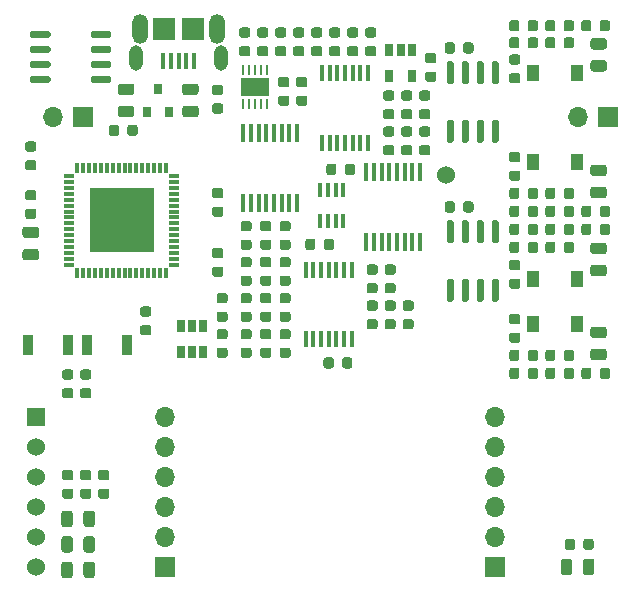
<source format=gbr>
G04 #@! TF.GenerationSoftware,KiCad,Pcbnew,5.1.10-88a1d61d58~88~ubuntu20.04.1*
G04 #@! TF.CreationDate,2021-06-15T20:39:54-04:00*
G04 #@! TF.ProjectId,oscope,6f73636f-7065-42e6-9b69-6361645f7063,rev?*
G04 #@! TF.SameCoordinates,PX3c8eee0PY31a8670*
G04 #@! TF.FileFunction,Soldermask,Top*
G04 #@! TF.FilePolarity,Negative*
%FSLAX46Y46*%
G04 Gerber Fmt 4.6, Leading zero omitted, Abs format (unit mm)*
G04 Created by KiCad (PCBNEW 5.1.10-88a1d61d58~88~ubuntu20.04.1) date 2021-06-15 20:39:54*
%MOMM*%
%LPD*%
G01*
G04 APERTURE LIST*
%ADD10R,0.250000X0.850000*%
%ADD11R,2.380000X1.650000*%
%ADD12C,0.609600*%
%ADD13R,0.400000X1.350000*%
%ADD14O,1.160000X2.160000*%
%ADD15O,1.320000X2.520000*%
%ADD16R,1.900000X1.900000*%
%ADD17R,0.900000X1.700000*%
%ADD18R,0.800000X0.900000*%
%ADD19R,0.650000X1.060000*%
%ADD20R,0.450000X1.450000*%
%ADD21R,0.450000X1.500000*%
%ADD22R,0.400000X1.220000*%
%ADD23O,1.700000X1.700000*%
%ADD24R,1.700000X1.700000*%
%ADD25R,1.075000X1.400000*%
%ADD26R,1.524000X1.524000*%
%ADD27C,1.524000*%
%ADD28R,0.300000X0.850000*%
%ADD29R,0.850000X0.300000*%
%ADD30R,5.499999X5.499999*%
G04 APERTURE END LIST*
G36*
G01*
X16888750Y-14904000D02*
X17401250Y-14904000D01*
G75*
G02*
X17620000Y-15122750I0J-218750D01*
G01*
X17620000Y-15560250D01*
G75*
G02*
X17401250Y-15779000I-218750J0D01*
G01*
X16888750Y-15779000D01*
G75*
G02*
X16670000Y-15560250I0J218750D01*
G01*
X16670000Y-15122750D01*
G75*
G02*
X16888750Y-14904000I218750J0D01*
G01*
G37*
G36*
G01*
X16888750Y-16479000D02*
X17401250Y-16479000D01*
G75*
G02*
X17620000Y-16697750I0J-218750D01*
G01*
X17620000Y-17135250D01*
G75*
G02*
X17401250Y-17354000I-218750J0D01*
G01*
X16888750Y-17354000D01*
G75*
G02*
X16670000Y-17135250I0J218750D01*
G01*
X16670000Y-16697750D01*
G75*
G02*
X16888750Y-16479000I218750J0D01*
G01*
G37*
D10*
X21320000Y-4900000D03*
X20820000Y-4900000D03*
X20320000Y-4900000D03*
X19820000Y-4900000D03*
X19320000Y-4900000D03*
X19320000Y-7800000D03*
X19820000Y-7800000D03*
X20320000Y-7800000D03*
X20820000Y-7800000D03*
X21320000Y-7800000D03*
D11*
X20320000Y-6350000D03*
D12*
X20320000Y-6350000D03*
G36*
G01*
X1777050Y-21033800D02*
X864550Y-21033800D01*
G75*
G02*
X620800Y-20790050I0J243750D01*
G01*
X620800Y-20302550D01*
G75*
G02*
X864550Y-20058800I243750J0D01*
G01*
X1777050Y-20058800D01*
G75*
G02*
X2020800Y-20302550I0J-243750D01*
G01*
X2020800Y-20790050D01*
G75*
G02*
X1777050Y-21033800I-243750J0D01*
G01*
G37*
G36*
G01*
X1777050Y-19158800D02*
X864550Y-19158800D01*
G75*
G02*
X620800Y-18915050I0J243750D01*
G01*
X620800Y-18427550D01*
G75*
G02*
X864550Y-18183800I243750J0D01*
G01*
X1777050Y-18183800D01*
G75*
G02*
X2020800Y-18427550I0J-243750D01*
G01*
X2020800Y-18915050D01*
G75*
G02*
X1777050Y-19158800I-243750J0D01*
G01*
G37*
G36*
G01*
X1064550Y-15081800D02*
X1577050Y-15081800D01*
G75*
G02*
X1795800Y-15300550I0J-218750D01*
G01*
X1795800Y-15738050D01*
G75*
G02*
X1577050Y-15956800I-218750J0D01*
G01*
X1064550Y-15956800D01*
G75*
G02*
X845800Y-15738050I0J218750D01*
G01*
X845800Y-15300550D01*
G75*
G02*
X1064550Y-15081800I218750J0D01*
G01*
G37*
G36*
G01*
X1064550Y-16656800D02*
X1577050Y-16656800D01*
G75*
G02*
X1795800Y-16875550I0J-218750D01*
G01*
X1795800Y-17313050D01*
G75*
G02*
X1577050Y-17531800I-218750J0D01*
G01*
X1064550Y-17531800D01*
G75*
G02*
X845800Y-17313050I0J218750D01*
G01*
X845800Y-16875550D01*
G75*
G02*
X1064550Y-16656800I218750J0D01*
G01*
G37*
G36*
G01*
X11305250Y-27387000D02*
X10792750Y-27387000D01*
G75*
G02*
X10574000Y-27168250I0J218750D01*
G01*
X10574000Y-26730750D01*
G75*
G02*
X10792750Y-26512000I218750J0D01*
G01*
X11305250Y-26512000D01*
G75*
G02*
X11524000Y-26730750I0J-218750D01*
G01*
X11524000Y-27168250D01*
G75*
G02*
X11305250Y-27387000I-218750J0D01*
G01*
G37*
G36*
G01*
X11305250Y-25812000D02*
X10792750Y-25812000D01*
G75*
G02*
X10574000Y-25593250I0J218750D01*
G01*
X10574000Y-25155750D01*
G75*
G02*
X10792750Y-24937000I218750J0D01*
G01*
X11305250Y-24937000D01*
G75*
G02*
X11524000Y-25155750I0J-218750D01*
G01*
X11524000Y-25593250D01*
G75*
G02*
X11305250Y-25812000I-218750J0D01*
G01*
G37*
G36*
G01*
X17401250Y-20859000D02*
X16888750Y-20859000D01*
G75*
G02*
X16670000Y-20640250I0J218750D01*
G01*
X16670000Y-20202750D01*
G75*
G02*
X16888750Y-19984000I218750J0D01*
G01*
X17401250Y-19984000D01*
G75*
G02*
X17620000Y-20202750I0J-218750D01*
G01*
X17620000Y-20640250D01*
G75*
G02*
X17401250Y-20859000I-218750J0D01*
G01*
G37*
G36*
G01*
X17401250Y-22434000D02*
X16888750Y-22434000D01*
G75*
G02*
X16670000Y-22215250I0J218750D01*
G01*
X16670000Y-21777750D01*
G75*
G02*
X16888750Y-21559000I218750J0D01*
G01*
X17401250Y-21559000D01*
G75*
G02*
X17620000Y-21777750I0J-218750D01*
G01*
X17620000Y-22215250D01*
G75*
G02*
X17401250Y-22434000I-218750J0D01*
G01*
G37*
G36*
G01*
X9494000Y-10289250D02*
X9494000Y-9776750D01*
G75*
G02*
X9712750Y-9558000I218750J0D01*
G01*
X10150250Y-9558000D01*
G75*
G02*
X10369000Y-9776750I0J-218750D01*
G01*
X10369000Y-10289250D01*
G75*
G02*
X10150250Y-10508000I-218750J0D01*
G01*
X9712750Y-10508000D01*
G75*
G02*
X9494000Y-10289250I0J218750D01*
G01*
G37*
G36*
G01*
X7919000Y-10289250D02*
X7919000Y-9776750D01*
G75*
G02*
X8137750Y-9558000I218750J0D01*
G01*
X8575250Y-9558000D01*
G75*
G02*
X8794000Y-9776750I0J-218750D01*
G01*
X8794000Y-10289250D01*
G75*
G02*
X8575250Y-10508000I-218750J0D01*
G01*
X8137750Y-10508000D01*
G75*
G02*
X7919000Y-10289250I0J218750D01*
G01*
G37*
G36*
G01*
X8941750Y-6068000D02*
X9854250Y-6068000D01*
G75*
G02*
X10098000Y-6311750I0J-243750D01*
G01*
X10098000Y-6799250D01*
G75*
G02*
X9854250Y-7043000I-243750J0D01*
G01*
X8941750Y-7043000D01*
G75*
G02*
X8698000Y-6799250I0J243750D01*
G01*
X8698000Y-6311750D01*
G75*
G02*
X8941750Y-6068000I243750J0D01*
G01*
G37*
G36*
G01*
X8941750Y-7943000D02*
X9854250Y-7943000D01*
G75*
G02*
X10098000Y-8186750I0J-243750D01*
G01*
X10098000Y-8674250D01*
G75*
G02*
X9854250Y-8918000I-243750J0D01*
G01*
X8941750Y-8918000D01*
G75*
G02*
X8698000Y-8674250I0J243750D01*
G01*
X8698000Y-8186750D01*
G75*
G02*
X8941750Y-7943000I243750J0D01*
G01*
G37*
G36*
G01*
X15289850Y-7043000D02*
X14377350Y-7043000D01*
G75*
G02*
X14133600Y-6799250I0J243750D01*
G01*
X14133600Y-6311750D01*
G75*
G02*
X14377350Y-6068000I243750J0D01*
G01*
X15289850Y-6068000D01*
G75*
G02*
X15533600Y-6311750I0J-243750D01*
G01*
X15533600Y-6799250D01*
G75*
G02*
X15289850Y-7043000I-243750J0D01*
G01*
G37*
G36*
G01*
X15289850Y-8918000D02*
X14377350Y-8918000D01*
G75*
G02*
X14133600Y-8674250I0J243750D01*
G01*
X14133600Y-8186750D01*
G75*
G02*
X14377350Y-7943000I243750J0D01*
G01*
X15289850Y-7943000D01*
G75*
G02*
X15533600Y-8186750I0J-243750D01*
G01*
X15533600Y-8674250D01*
G75*
G02*
X15289850Y-8918000I-243750J0D01*
G01*
G37*
G36*
G01*
X17782250Y-27717000D02*
X17269750Y-27717000D01*
G75*
G02*
X17051000Y-27498250I0J218750D01*
G01*
X17051000Y-27060750D01*
G75*
G02*
X17269750Y-26842000I218750J0D01*
G01*
X17782250Y-26842000D01*
G75*
G02*
X18001000Y-27060750I0J-218750D01*
G01*
X18001000Y-27498250D01*
G75*
G02*
X17782250Y-27717000I-218750J0D01*
G01*
G37*
G36*
G01*
X17782250Y-29292000D02*
X17269750Y-29292000D01*
G75*
G02*
X17051000Y-29073250I0J218750D01*
G01*
X17051000Y-28635750D01*
G75*
G02*
X17269750Y-28417000I218750J0D01*
G01*
X17782250Y-28417000D01*
G75*
G02*
X18001000Y-28635750I0J-218750D01*
G01*
X18001000Y-29073250D01*
G75*
G02*
X17782250Y-29292000I-218750J0D01*
G01*
G37*
G36*
G01*
X17782250Y-26244000D02*
X17269750Y-26244000D01*
G75*
G02*
X17051000Y-26025250I0J218750D01*
G01*
X17051000Y-25587750D01*
G75*
G02*
X17269750Y-25369000I218750J0D01*
G01*
X17782250Y-25369000D01*
G75*
G02*
X18001000Y-25587750I0J-218750D01*
G01*
X18001000Y-26025250D01*
G75*
G02*
X17782250Y-26244000I-218750J0D01*
G01*
G37*
G36*
G01*
X17782250Y-24669000D02*
X17269750Y-24669000D01*
G75*
G02*
X17051000Y-24450250I0J218750D01*
G01*
X17051000Y-24012750D01*
G75*
G02*
X17269750Y-23794000I218750J0D01*
G01*
X17782250Y-23794000D01*
G75*
G02*
X18001000Y-24012750I0J-218750D01*
G01*
X18001000Y-24450250D01*
G75*
G02*
X17782250Y-24669000I-218750J0D01*
G01*
G37*
G36*
G01*
X48799000Y-912150D02*
X48799000Y-1424650D01*
G75*
G02*
X48580250Y-1643400I-218750J0D01*
G01*
X48142750Y-1643400D01*
G75*
G02*
X47924000Y-1424650I0J218750D01*
G01*
X47924000Y-912150D01*
G75*
G02*
X48142750Y-693400I218750J0D01*
G01*
X48580250Y-693400D01*
G75*
G02*
X48799000Y-912150I0J-218750D01*
G01*
G37*
G36*
G01*
X50374000Y-912150D02*
X50374000Y-1424650D01*
G75*
G02*
X50155250Y-1643400I-218750J0D01*
G01*
X49717750Y-1643400D01*
G75*
G02*
X49499000Y-1424650I0J218750D01*
G01*
X49499000Y-912150D01*
G75*
G02*
X49717750Y-693400I218750J0D01*
G01*
X50155250Y-693400D01*
G75*
G02*
X50374000Y-912150I0J-218750D01*
G01*
G37*
G36*
G01*
X50374000Y-16634750D02*
X50374000Y-17147250D01*
G75*
G02*
X50155250Y-17366000I-218750J0D01*
G01*
X49717750Y-17366000D01*
G75*
G02*
X49499000Y-17147250I0J218750D01*
G01*
X49499000Y-16634750D01*
G75*
G02*
X49717750Y-16416000I218750J0D01*
G01*
X50155250Y-16416000D01*
G75*
G02*
X50374000Y-16634750I0J-218750D01*
G01*
G37*
G36*
G01*
X48799000Y-16634750D02*
X48799000Y-17147250D01*
G75*
G02*
X48580250Y-17366000I-218750J0D01*
G01*
X48142750Y-17366000D01*
G75*
G02*
X47924000Y-17147250I0J218750D01*
G01*
X47924000Y-16634750D01*
G75*
G02*
X48142750Y-16416000I218750J0D01*
G01*
X48580250Y-16416000D01*
G75*
G02*
X48799000Y-16634750I0J-218750D01*
G01*
G37*
G36*
G01*
X48799000Y-18158750D02*
X48799000Y-18671250D01*
G75*
G02*
X48580250Y-18890000I-218750J0D01*
G01*
X48142750Y-18890000D01*
G75*
G02*
X47924000Y-18671250I0J218750D01*
G01*
X47924000Y-18158750D01*
G75*
G02*
X48142750Y-17940000I218750J0D01*
G01*
X48580250Y-17940000D01*
G75*
G02*
X48799000Y-18158750I0J-218750D01*
G01*
G37*
G36*
G01*
X50374000Y-18158750D02*
X50374000Y-18671250D01*
G75*
G02*
X50155250Y-18890000I-218750J0D01*
G01*
X49717750Y-18890000D01*
G75*
G02*
X49499000Y-18671250I0J218750D01*
G01*
X49499000Y-18158750D01*
G75*
G02*
X49717750Y-17940000I218750J0D01*
G01*
X50155250Y-17940000D01*
G75*
G02*
X50374000Y-18158750I0J-218750D01*
G01*
G37*
G36*
G01*
X48799000Y-30350750D02*
X48799000Y-30863250D01*
G75*
G02*
X48580250Y-31082000I-218750J0D01*
G01*
X48142750Y-31082000D01*
G75*
G02*
X47924000Y-30863250I0J218750D01*
G01*
X47924000Y-30350750D01*
G75*
G02*
X48142750Y-30132000I218750J0D01*
G01*
X48580250Y-30132000D01*
G75*
G02*
X48799000Y-30350750I0J-218750D01*
G01*
G37*
G36*
G01*
X50374000Y-30350750D02*
X50374000Y-30863250D01*
G75*
G02*
X50155250Y-31082000I-218750J0D01*
G01*
X49717750Y-31082000D01*
G75*
G02*
X49499000Y-30863250I0J218750D01*
G01*
X49499000Y-30350750D01*
G75*
G02*
X49717750Y-30132000I218750J0D01*
G01*
X50155250Y-30132000D01*
G75*
G02*
X50374000Y-30350750I0J-218750D01*
G01*
G37*
G36*
G01*
X47326000Y-912150D02*
X47326000Y-1424650D01*
G75*
G02*
X47107250Y-1643400I-218750J0D01*
G01*
X46669750Y-1643400D01*
G75*
G02*
X46451000Y-1424650I0J218750D01*
G01*
X46451000Y-912150D01*
G75*
G02*
X46669750Y-693400I218750J0D01*
G01*
X47107250Y-693400D01*
G75*
G02*
X47326000Y-912150I0J-218750D01*
G01*
G37*
G36*
G01*
X45751000Y-912150D02*
X45751000Y-1424650D01*
G75*
G02*
X45532250Y-1643400I-218750J0D01*
G01*
X45094750Y-1643400D01*
G75*
G02*
X44876000Y-1424650I0J218750D01*
G01*
X44876000Y-912150D01*
G75*
G02*
X45094750Y-693400I218750J0D01*
G01*
X45532250Y-693400D01*
G75*
G02*
X45751000Y-912150I0J-218750D01*
G01*
G37*
G36*
G01*
X45751000Y-16634750D02*
X45751000Y-17147250D01*
G75*
G02*
X45532250Y-17366000I-218750J0D01*
G01*
X45094750Y-17366000D01*
G75*
G02*
X44876000Y-17147250I0J218750D01*
G01*
X44876000Y-16634750D01*
G75*
G02*
X45094750Y-16416000I218750J0D01*
G01*
X45532250Y-16416000D01*
G75*
G02*
X45751000Y-16634750I0J-218750D01*
G01*
G37*
G36*
G01*
X47326000Y-16634750D02*
X47326000Y-17147250D01*
G75*
G02*
X47107250Y-17366000I-218750J0D01*
G01*
X46669750Y-17366000D01*
G75*
G02*
X46451000Y-17147250I0J218750D01*
G01*
X46451000Y-16634750D01*
G75*
G02*
X46669750Y-16416000I218750J0D01*
G01*
X47107250Y-16416000D01*
G75*
G02*
X47326000Y-16634750I0J-218750D01*
G01*
G37*
G36*
G01*
X47326000Y-18158750D02*
X47326000Y-18671250D01*
G75*
G02*
X47107250Y-18890000I-218750J0D01*
G01*
X46669750Y-18890000D01*
G75*
G02*
X46451000Y-18671250I0J218750D01*
G01*
X46451000Y-18158750D01*
G75*
G02*
X46669750Y-17940000I218750J0D01*
G01*
X47107250Y-17940000D01*
G75*
G02*
X47326000Y-18158750I0J-218750D01*
G01*
G37*
G36*
G01*
X45751000Y-18158750D02*
X45751000Y-18671250D01*
G75*
G02*
X45532250Y-18890000I-218750J0D01*
G01*
X45094750Y-18890000D01*
G75*
G02*
X44876000Y-18671250I0J218750D01*
G01*
X44876000Y-18158750D01*
G75*
G02*
X45094750Y-17940000I218750J0D01*
G01*
X45532250Y-17940000D01*
G75*
G02*
X45751000Y-18158750I0J-218750D01*
G01*
G37*
G36*
G01*
X47326000Y-30350750D02*
X47326000Y-30863250D01*
G75*
G02*
X47107250Y-31082000I-218750J0D01*
G01*
X46669750Y-31082000D01*
G75*
G02*
X46451000Y-30863250I0J218750D01*
G01*
X46451000Y-30350750D01*
G75*
G02*
X46669750Y-30132000I218750J0D01*
G01*
X47107250Y-30132000D01*
G75*
G02*
X47326000Y-30350750I0J-218750D01*
G01*
G37*
G36*
G01*
X45751000Y-30350750D02*
X45751000Y-30863250D01*
G75*
G02*
X45532250Y-31082000I-218750J0D01*
G01*
X45094750Y-31082000D01*
G75*
G02*
X44876000Y-30863250I0J218750D01*
G01*
X44876000Y-30350750D01*
G75*
G02*
X45094750Y-30132000I218750J0D01*
G01*
X45532250Y-30132000D01*
G75*
G02*
X45751000Y-30350750I0J-218750D01*
G01*
G37*
G36*
G01*
X42703000Y-912150D02*
X42703000Y-1424650D01*
G75*
G02*
X42484250Y-1643400I-218750J0D01*
G01*
X42046750Y-1643400D01*
G75*
G02*
X41828000Y-1424650I0J218750D01*
G01*
X41828000Y-912150D01*
G75*
G02*
X42046750Y-693400I218750J0D01*
G01*
X42484250Y-693400D01*
G75*
G02*
X42703000Y-912150I0J-218750D01*
G01*
G37*
G36*
G01*
X44278000Y-912150D02*
X44278000Y-1424650D01*
G75*
G02*
X44059250Y-1643400I-218750J0D01*
G01*
X43621750Y-1643400D01*
G75*
G02*
X43403000Y-1424650I0J218750D01*
G01*
X43403000Y-912150D01*
G75*
G02*
X43621750Y-693400I218750J0D01*
G01*
X44059250Y-693400D01*
G75*
G02*
X44278000Y-912150I0J-218750D01*
G01*
G37*
G36*
G01*
X44278000Y-16634750D02*
X44278000Y-17147250D01*
G75*
G02*
X44059250Y-17366000I-218750J0D01*
G01*
X43621750Y-17366000D01*
G75*
G02*
X43403000Y-17147250I0J218750D01*
G01*
X43403000Y-16634750D01*
G75*
G02*
X43621750Y-16416000I218750J0D01*
G01*
X44059250Y-16416000D01*
G75*
G02*
X44278000Y-16634750I0J-218750D01*
G01*
G37*
G36*
G01*
X42703000Y-16634750D02*
X42703000Y-17147250D01*
G75*
G02*
X42484250Y-17366000I-218750J0D01*
G01*
X42046750Y-17366000D01*
G75*
G02*
X41828000Y-17147250I0J218750D01*
G01*
X41828000Y-16634750D01*
G75*
G02*
X42046750Y-16416000I218750J0D01*
G01*
X42484250Y-16416000D01*
G75*
G02*
X42703000Y-16634750I0J-218750D01*
G01*
G37*
G36*
G01*
X42703000Y-18158750D02*
X42703000Y-18671250D01*
G75*
G02*
X42484250Y-18890000I-218750J0D01*
G01*
X42046750Y-18890000D01*
G75*
G02*
X41828000Y-18671250I0J218750D01*
G01*
X41828000Y-18158750D01*
G75*
G02*
X42046750Y-17940000I218750J0D01*
G01*
X42484250Y-17940000D01*
G75*
G02*
X42703000Y-18158750I0J-218750D01*
G01*
G37*
G36*
G01*
X44278000Y-18158750D02*
X44278000Y-18671250D01*
G75*
G02*
X44059250Y-18890000I-218750J0D01*
G01*
X43621750Y-18890000D01*
G75*
G02*
X43403000Y-18671250I0J218750D01*
G01*
X43403000Y-18158750D01*
G75*
G02*
X43621750Y-17940000I218750J0D01*
G01*
X44059250Y-17940000D01*
G75*
G02*
X44278000Y-18158750I0J-218750D01*
G01*
G37*
G36*
G01*
X44278000Y-30350750D02*
X44278000Y-30863250D01*
G75*
G02*
X44059250Y-31082000I-218750J0D01*
G01*
X43621750Y-31082000D01*
G75*
G02*
X43403000Y-30863250I0J218750D01*
G01*
X43403000Y-30350750D01*
G75*
G02*
X43621750Y-30132000I218750J0D01*
G01*
X44059250Y-30132000D01*
G75*
G02*
X44278000Y-30350750I0J-218750D01*
G01*
G37*
G36*
G01*
X42703000Y-30350750D02*
X42703000Y-30863250D01*
G75*
G02*
X42484250Y-31082000I-218750J0D01*
G01*
X42046750Y-31082000D01*
G75*
G02*
X41828000Y-30863250I0J218750D01*
G01*
X41828000Y-30350750D01*
G75*
G02*
X42046750Y-30132000I218750J0D01*
G01*
X42484250Y-30132000D01*
G75*
G02*
X42703000Y-30350750I0J-218750D01*
G01*
G37*
G36*
G01*
X34922750Y-5049000D02*
X35435250Y-5049000D01*
G75*
G02*
X35654000Y-5267750I0J-218750D01*
G01*
X35654000Y-5705250D01*
G75*
G02*
X35435250Y-5924000I-218750J0D01*
G01*
X34922750Y-5924000D01*
G75*
G02*
X34704000Y-5705250I0J218750D01*
G01*
X34704000Y-5267750D01*
G75*
G02*
X34922750Y-5049000I218750J0D01*
G01*
G37*
G36*
G01*
X34922750Y-3474000D02*
X35435250Y-3474000D01*
G75*
G02*
X35654000Y-3692750I0J-218750D01*
G01*
X35654000Y-4130250D01*
G75*
G02*
X35435250Y-4349000I-218750J0D01*
G01*
X34922750Y-4349000D01*
G75*
G02*
X34704000Y-4130250I0J218750D01*
G01*
X34704000Y-3692750D01*
G75*
G02*
X34922750Y-3474000I218750J0D01*
G01*
G37*
G36*
G01*
X37242000Y-2791750D02*
X37242000Y-3304250D01*
G75*
G02*
X37023250Y-3523000I-218750J0D01*
G01*
X36585750Y-3523000D01*
G75*
G02*
X36367000Y-3304250I0J218750D01*
G01*
X36367000Y-2791750D01*
G75*
G02*
X36585750Y-2573000I218750J0D01*
G01*
X37023250Y-2573000D01*
G75*
G02*
X37242000Y-2791750I0J-218750D01*
G01*
G37*
G36*
G01*
X38817000Y-2791750D02*
X38817000Y-3304250D01*
G75*
G02*
X38598250Y-3523000I-218750J0D01*
G01*
X38160750Y-3523000D01*
G75*
G02*
X37942000Y-3304250I0J218750D01*
G01*
X37942000Y-2791750D01*
G75*
G02*
X38160750Y-2573000I218750J0D01*
G01*
X38598250Y-2573000D01*
G75*
G02*
X38817000Y-2791750I0J-218750D01*
G01*
G37*
G36*
G01*
X37242000Y-16253750D02*
X37242000Y-16766250D01*
G75*
G02*
X37023250Y-16985000I-218750J0D01*
G01*
X36585750Y-16985000D01*
G75*
G02*
X36367000Y-16766250I0J218750D01*
G01*
X36367000Y-16253750D01*
G75*
G02*
X36585750Y-16035000I218750J0D01*
G01*
X37023250Y-16035000D01*
G75*
G02*
X37242000Y-16253750I0J-218750D01*
G01*
G37*
G36*
G01*
X38817000Y-16253750D02*
X38817000Y-16766250D01*
G75*
G02*
X38598250Y-16985000I-218750J0D01*
G01*
X38160750Y-16985000D01*
G75*
G02*
X37942000Y-16766250I0J218750D01*
G01*
X37942000Y-16253750D01*
G75*
G02*
X38160750Y-16035000I218750J0D01*
G01*
X38598250Y-16035000D01*
G75*
G02*
X38817000Y-16253750I0J-218750D01*
G01*
G37*
G36*
G01*
X26794750Y-1315000D02*
X27307250Y-1315000D01*
G75*
G02*
X27526000Y-1533750I0J-218750D01*
G01*
X27526000Y-1971250D01*
G75*
G02*
X27307250Y-2190000I-218750J0D01*
G01*
X26794750Y-2190000D01*
G75*
G02*
X26576000Y-1971250I0J218750D01*
G01*
X26576000Y-1533750D01*
G75*
G02*
X26794750Y-1315000I218750J0D01*
G01*
G37*
G36*
G01*
X26794750Y-2890000D02*
X27307250Y-2890000D01*
G75*
G02*
X27526000Y-3108750I0J-218750D01*
G01*
X27526000Y-3546250D01*
G75*
G02*
X27307250Y-3765000I-218750J0D01*
G01*
X26794750Y-3765000D01*
G75*
G02*
X26576000Y-3546250I0J218750D01*
G01*
X26576000Y-3108750D01*
G75*
G02*
X26794750Y-2890000I218750J0D01*
G01*
G37*
G36*
G01*
X27909000Y-13591250D02*
X27909000Y-13078750D01*
G75*
G02*
X28127750Y-12860000I218750J0D01*
G01*
X28565250Y-12860000D01*
G75*
G02*
X28784000Y-13078750I0J-218750D01*
G01*
X28784000Y-13591250D01*
G75*
G02*
X28565250Y-13810000I-218750J0D01*
G01*
X28127750Y-13810000D01*
G75*
G02*
X27909000Y-13591250I0J218750D01*
G01*
G37*
G36*
G01*
X26334000Y-13591250D02*
X26334000Y-13078750D01*
G75*
G02*
X26552750Y-12860000I218750J0D01*
G01*
X26990250Y-12860000D01*
G75*
G02*
X27209000Y-13078750I0J-218750D01*
G01*
X27209000Y-13591250D01*
G75*
G02*
X26990250Y-13810000I-218750J0D01*
G01*
X26552750Y-13810000D01*
G75*
G02*
X26334000Y-13591250I0J218750D01*
G01*
G37*
G36*
G01*
X19687250Y-2190000D02*
X19174750Y-2190000D01*
G75*
G02*
X18956000Y-1971250I0J218750D01*
G01*
X18956000Y-1533750D01*
G75*
G02*
X19174750Y-1315000I218750J0D01*
G01*
X19687250Y-1315000D01*
G75*
G02*
X19906000Y-1533750I0J-218750D01*
G01*
X19906000Y-1971250D01*
G75*
G02*
X19687250Y-2190000I-218750J0D01*
G01*
G37*
G36*
G01*
X19687250Y-3765000D02*
X19174750Y-3765000D01*
G75*
G02*
X18956000Y-3546250I0J218750D01*
G01*
X18956000Y-3108750D01*
G75*
G02*
X19174750Y-2890000I218750J0D01*
G01*
X19687250Y-2890000D01*
G75*
G02*
X19906000Y-3108750I0J-218750D01*
G01*
X19906000Y-3546250D01*
G75*
G02*
X19687250Y-3765000I-218750J0D01*
G01*
G37*
G36*
G01*
X22222750Y-2890000D02*
X22735250Y-2890000D01*
G75*
G02*
X22954000Y-3108750I0J-218750D01*
G01*
X22954000Y-3546250D01*
G75*
G02*
X22735250Y-3765000I-218750J0D01*
G01*
X22222750Y-3765000D01*
G75*
G02*
X22004000Y-3546250I0J218750D01*
G01*
X22004000Y-3108750D01*
G75*
G02*
X22222750Y-2890000I218750J0D01*
G01*
G37*
G36*
G01*
X22222750Y-1315000D02*
X22735250Y-1315000D01*
G75*
G02*
X22954000Y-1533750I0J-218750D01*
G01*
X22954000Y-1971250D01*
G75*
G02*
X22735250Y-2190000I-218750J0D01*
G01*
X22222750Y-2190000D01*
G75*
G02*
X22004000Y-1971250I0J218750D01*
G01*
X22004000Y-1533750D01*
G75*
G02*
X22222750Y-1315000I218750J0D01*
G01*
G37*
G36*
G01*
X20698750Y-1315000D02*
X21211250Y-1315000D01*
G75*
G02*
X21430000Y-1533750I0J-218750D01*
G01*
X21430000Y-1971250D01*
G75*
G02*
X21211250Y-2190000I-218750J0D01*
G01*
X20698750Y-2190000D01*
G75*
G02*
X20480000Y-1971250I0J218750D01*
G01*
X20480000Y-1533750D01*
G75*
G02*
X20698750Y-1315000I218750J0D01*
G01*
G37*
G36*
G01*
X20698750Y-2890000D02*
X21211250Y-2890000D01*
G75*
G02*
X21430000Y-3108750I0J-218750D01*
G01*
X21430000Y-3546250D01*
G75*
G02*
X21211250Y-3765000I-218750J0D01*
G01*
X20698750Y-3765000D01*
G75*
G02*
X20480000Y-3546250I0J218750D01*
G01*
X20480000Y-3108750D01*
G75*
G02*
X20698750Y-2890000I218750J0D01*
G01*
G37*
G36*
G01*
X23116250Y-20148000D02*
X22603750Y-20148000D01*
G75*
G02*
X22385000Y-19929250I0J218750D01*
G01*
X22385000Y-19491750D01*
G75*
G02*
X22603750Y-19273000I218750J0D01*
G01*
X23116250Y-19273000D01*
G75*
G02*
X23335000Y-19491750I0J-218750D01*
G01*
X23335000Y-19929250D01*
G75*
G02*
X23116250Y-20148000I-218750J0D01*
G01*
G37*
G36*
G01*
X23116250Y-18573000D02*
X22603750Y-18573000D01*
G75*
G02*
X22385000Y-18354250I0J218750D01*
G01*
X22385000Y-17916750D01*
G75*
G02*
X22603750Y-17698000I218750J0D01*
G01*
X23116250Y-17698000D01*
G75*
G02*
X23335000Y-17916750I0J-218750D01*
G01*
X23335000Y-18354250D01*
G75*
G02*
X23116250Y-18573000I-218750J0D01*
G01*
G37*
G36*
G01*
X5784000Y-43382250D02*
X5784000Y-42469750D01*
G75*
G02*
X6027750Y-42226000I243750J0D01*
G01*
X6515250Y-42226000D01*
G75*
G02*
X6759000Y-42469750I0J-243750D01*
G01*
X6759000Y-43382250D01*
G75*
G02*
X6515250Y-43626000I-243750J0D01*
G01*
X6027750Y-43626000D01*
G75*
G02*
X5784000Y-43382250I0J243750D01*
G01*
G37*
G36*
G01*
X3909000Y-43382250D02*
X3909000Y-42469750D01*
G75*
G02*
X4152750Y-42226000I243750J0D01*
G01*
X4640250Y-42226000D01*
G75*
G02*
X4884000Y-42469750I0J-243750D01*
G01*
X4884000Y-43382250D01*
G75*
G02*
X4640250Y-43626000I-243750J0D01*
G01*
X4152750Y-43626000D01*
G75*
G02*
X3909000Y-43382250I0J243750D01*
G01*
G37*
G36*
G01*
X5784000Y-45541250D02*
X5784000Y-44628750D01*
G75*
G02*
X6027750Y-44385000I243750J0D01*
G01*
X6515250Y-44385000D01*
G75*
G02*
X6759000Y-44628750I0J-243750D01*
G01*
X6759000Y-45541250D01*
G75*
G02*
X6515250Y-45785000I-243750J0D01*
G01*
X6027750Y-45785000D01*
G75*
G02*
X5784000Y-45541250I0J243750D01*
G01*
G37*
G36*
G01*
X3909000Y-45541250D02*
X3909000Y-44628750D01*
G75*
G02*
X4152750Y-44385000I243750J0D01*
G01*
X4640250Y-44385000D01*
G75*
G02*
X4884000Y-44628750I0J-243750D01*
G01*
X4884000Y-45541250D01*
G75*
G02*
X4640250Y-45785000I-243750J0D01*
G01*
X4152750Y-45785000D01*
G75*
G02*
X3909000Y-45541250I0J243750D01*
G01*
G37*
G36*
G01*
X3909000Y-47700250D02*
X3909000Y-46787750D01*
G75*
G02*
X4152750Y-46544000I243750J0D01*
G01*
X4640250Y-46544000D01*
G75*
G02*
X4884000Y-46787750I0J-243750D01*
G01*
X4884000Y-47700250D01*
G75*
G02*
X4640250Y-47944000I-243750J0D01*
G01*
X4152750Y-47944000D01*
G75*
G02*
X3909000Y-47700250I0J243750D01*
G01*
G37*
G36*
G01*
X5784000Y-47700250D02*
X5784000Y-46787750D01*
G75*
G02*
X6027750Y-46544000I243750J0D01*
G01*
X6515250Y-46544000D01*
G75*
G02*
X6759000Y-46787750I0J-243750D01*
G01*
X6759000Y-47700250D01*
G75*
G02*
X6515250Y-47944000I-243750J0D01*
G01*
X6027750Y-47944000D01*
G75*
G02*
X5784000Y-47700250I0J243750D01*
G01*
G37*
G36*
G01*
X46200000Y-47446250D02*
X46200000Y-46533750D01*
G75*
G02*
X46443750Y-46290000I243750J0D01*
G01*
X46931250Y-46290000D01*
G75*
G02*
X47175000Y-46533750I0J-243750D01*
G01*
X47175000Y-47446250D01*
G75*
G02*
X46931250Y-47690000I-243750J0D01*
G01*
X46443750Y-47690000D01*
G75*
G02*
X46200000Y-47446250I0J243750D01*
G01*
G37*
G36*
G01*
X48075000Y-47446250D02*
X48075000Y-46533750D01*
G75*
G02*
X48318750Y-46290000I243750J0D01*
G01*
X48806250Y-46290000D01*
G75*
G02*
X49050000Y-46533750I0J-243750D01*
G01*
X49050000Y-47446250D01*
G75*
G02*
X48806250Y-47690000I-243750J0D01*
G01*
X48318750Y-47690000D01*
G75*
G02*
X48075000Y-47446250I0J243750D01*
G01*
G37*
D13*
X15143000Y-4135500D03*
X14493000Y-4135500D03*
X13843000Y-4135500D03*
X13193000Y-4135500D03*
X12543000Y-4135500D03*
D14*
X17458000Y-3860500D03*
X10228000Y-3860500D03*
D15*
X17098000Y-1460500D03*
X10588000Y-1460500D03*
D16*
X15043000Y-1460500D03*
X12643000Y-1460500D03*
G36*
G01*
X6225250Y-31146000D02*
X5712750Y-31146000D01*
G75*
G02*
X5494000Y-30927250I0J218750D01*
G01*
X5494000Y-30489750D01*
G75*
G02*
X5712750Y-30271000I218750J0D01*
G01*
X6225250Y-30271000D01*
G75*
G02*
X6444000Y-30489750I0J-218750D01*
G01*
X6444000Y-30927250D01*
G75*
G02*
X6225250Y-31146000I-218750J0D01*
G01*
G37*
G36*
G01*
X6225250Y-32721000D02*
X5712750Y-32721000D01*
G75*
G02*
X5494000Y-32502250I0J218750D01*
G01*
X5494000Y-32064750D01*
G75*
G02*
X5712750Y-31846000I218750J0D01*
G01*
X6225250Y-31846000D01*
G75*
G02*
X6444000Y-32064750I0J-218750D01*
G01*
X6444000Y-32502250D01*
G75*
G02*
X6225250Y-32721000I-218750J0D01*
G01*
G37*
G36*
G01*
X4701250Y-32721000D02*
X4188750Y-32721000D01*
G75*
G02*
X3970000Y-32502250I0J218750D01*
G01*
X3970000Y-32064750D01*
G75*
G02*
X4188750Y-31846000I218750J0D01*
G01*
X4701250Y-31846000D01*
G75*
G02*
X4920000Y-32064750I0J-218750D01*
G01*
X4920000Y-32502250D01*
G75*
G02*
X4701250Y-32721000I-218750J0D01*
G01*
G37*
G36*
G01*
X4701250Y-31146000D02*
X4188750Y-31146000D01*
G75*
G02*
X3970000Y-30927250I0J218750D01*
G01*
X3970000Y-30489750D01*
G75*
G02*
X4188750Y-30271000I218750J0D01*
G01*
X4701250Y-30271000D01*
G75*
G02*
X4920000Y-30489750I0J-218750D01*
G01*
X4920000Y-30927250D01*
G75*
G02*
X4701250Y-31146000I-218750J0D01*
G01*
G37*
G36*
G01*
X16888750Y-7741400D02*
X17401250Y-7741400D01*
G75*
G02*
X17620000Y-7960150I0J-218750D01*
G01*
X17620000Y-8397650D01*
G75*
G02*
X17401250Y-8616400I-218750J0D01*
G01*
X16888750Y-8616400D01*
G75*
G02*
X16670000Y-8397650I0J218750D01*
G01*
X16670000Y-7960150D01*
G75*
G02*
X16888750Y-7741400I218750J0D01*
G01*
G37*
G36*
G01*
X16888750Y-6166400D02*
X17401250Y-6166400D01*
G75*
G02*
X17620000Y-6385150I0J-218750D01*
G01*
X17620000Y-6822650D01*
G75*
G02*
X17401250Y-7041400I-218750J0D01*
G01*
X16888750Y-7041400D01*
G75*
G02*
X16670000Y-6822650I0J218750D01*
G01*
X16670000Y-6385150D01*
G75*
G02*
X16888750Y-6166400I218750J0D01*
G01*
G37*
G36*
G01*
X4188750Y-40355000D02*
X4701250Y-40355000D01*
G75*
G02*
X4920000Y-40573750I0J-218750D01*
G01*
X4920000Y-41011250D01*
G75*
G02*
X4701250Y-41230000I-218750J0D01*
G01*
X4188750Y-41230000D01*
G75*
G02*
X3970000Y-41011250I0J218750D01*
G01*
X3970000Y-40573750D01*
G75*
G02*
X4188750Y-40355000I218750J0D01*
G01*
G37*
G36*
G01*
X4188750Y-38780000D02*
X4701250Y-38780000D01*
G75*
G02*
X4920000Y-38998750I0J-218750D01*
G01*
X4920000Y-39436250D01*
G75*
G02*
X4701250Y-39655000I-218750J0D01*
G01*
X4188750Y-39655000D01*
G75*
G02*
X3970000Y-39436250I0J218750D01*
G01*
X3970000Y-38998750D01*
G75*
G02*
X4188750Y-38780000I218750J0D01*
G01*
G37*
G36*
G01*
X5712750Y-38780000D02*
X6225250Y-38780000D01*
G75*
G02*
X6444000Y-38998750I0J-218750D01*
G01*
X6444000Y-39436250D01*
G75*
G02*
X6225250Y-39655000I-218750J0D01*
G01*
X5712750Y-39655000D01*
G75*
G02*
X5494000Y-39436250I0J218750D01*
G01*
X5494000Y-38998750D01*
G75*
G02*
X5712750Y-38780000I218750J0D01*
G01*
G37*
G36*
G01*
X5712750Y-40355000D02*
X6225250Y-40355000D01*
G75*
G02*
X6444000Y-40573750I0J-218750D01*
G01*
X6444000Y-41011250D01*
G75*
G02*
X6225250Y-41230000I-218750J0D01*
G01*
X5712750Y-41230000D01*
G75*
G02*
X5494000Y-41011250I0J218750D01*
G01*
X5494000Y-40573750D01*
G75*
G02*
X5712750Y-40355000I218750J0D01*
G01*
G37*
G36*
G01*
X7236750Y-40355000D02*
X7749250Y-40355000D01*
G75*
G02*
X7968000Y-40573750I0J-218750D01*
G01*
X7968000Y-41011250D01*
G75*
G02*
X7749250Y-41230000I-218750J0D01*
G01*
X7236750Y-41230000D01*
G75*
G02*
X7018000Y-41011250I0J218750D01*
G01*
X7018000Y-40573750D01*
G75*
G02*
X7236750Y-40355000I218750J0D01*
G01*
G37*
G36*
G01*
X7236750Y-38780000D02*
X7749250Y-38780000D01*
G75*
G02*
X7968000Y-38998750I0J-218750D01*
G01*
X7968000Y-39436250D01*
G75*
G02*
X7749250Y-39655000I-218750J0D01*
G01*
X7236750Y-39655000D01*
G75*
G02*
X7018000Y-39436250I0J218750D01*
G01*
X7018000Y-38998750D01*
G75*
G02*
X7236750Y-38780000I218750J0D01*
G01*
G37*
G36*
G01*
X46527000Y-45341250D02*
X46527000Y-44828750D01*
G75*
G02*
X46745750Y-44610000I218750J0D01*
G01*
X47183250Y-44610000D01*
G75*
G02*
X47402000Y-44828750I0J-218750D01*
G01*
X47402000Y-45341250D01*
G75*
G02*
X47183250Y-45560000I-218750J0D01*
G01*
X46745750Y-45560000D01*
G75*
G02*
X46527000Y-45341250I0J218750D01*
G01*
G37*
G36*
G01*
X48102000Y-45341250D02*
X48102000Y-44828750D01*
G75*
G02*
X48320750Y-44610000I218750J0D01*
G01*
X48758250Y-44610000D01*
G75*
G02*
X48977000Y-44828750I0J-218750D01*
G01*
X48977000Y-45341250D01*
G75*
G02*
X48758250Y-45560000I-218750J0D01*
G01*
X48320750Y-45560000D01*
G75*
G02*
X48102000Y-45341250I0J218750D01*
G01*
G37*
G36*
G01*
X48946750Y-2207200D02*
X49859250Y-2207200D01*
G75*
G02*
X50103000Y-2450950I0J-243750D01*
G01*
X50103000Y-2938450D01*
G75*
G02*
X49859250Y-3182200I-243750J0D01*
G01*
X48946750Y-3182200D01*
G75*
G02*
X48703000Y-2938450I0J243750D01*
G01*
X48703000Y-2450950D01*
G75*
G02*
X48946750Y-2207200I243750J0D01*
G01*
G37*
G36*
G01*
X48946750Y-4082200D02*
X49859250Y-4082200D01*
G75*
G02*
X50103000Y-4325950I0J-243750D01*
G01*
X50103000Y-4813450D01*
G75*
G02*
X49859250Y-5057200I-243750J0D01*
G01*
X48946750Y-5057200D01*
G75*
G02*
X48703000Y-4813450I0J243750D01*
G01*
X48703000Y-4325950D01*
G75*
G02*
X48946750Y-4082200I243750J0D01*
G01*
G37*
G36*
G01*
X49859250Y-13901000D02*
X48946750Y-13901000D01*
G75*
G02*
X48703000Y-13657250I0J243750D01*
G01*
X48703000Y-13169750D01*
G75*
G02*
X48946750Y-12926000I243750J0D01*
G01*
X49859250Y-12926000D01*
G75*
G02*
X50103000Y-13169750I0J-243750D01*
G01*
X50103000Y-13657250D01*
G75*
G02*
X49859250Y-13901000I-243750J0D01*
G01*
G37*
G36*
G01*
X49859250Y-15776000D02*
X48946750Y-15776000D01*
G75*
G02*
X48703000Y-15532250I0J243750D01*
G01*
X48703000Y-15044750D01*
G75*
G02*
X48946750Y-14801000I243750J0D01*
G01*
X49859250Y-14801000D01*
G75*
G02*
X50103000Y-15044750I0J-243750D01*
G01*
X50103000Y-15532250D01*
G75*
G02*
X49859250Y-15776000I-243750J0D01*
G01*
G37*
G36*
G01*
X48946750Y-21405000D02*
X49859250Y-21405000D01*
G75*
G02*
X50103000Y-21648750I0J-243750D01*
G01*
X50103000Y-22136250D01*
G75*
G02*
X49859250Y-22380000I-243750J0D01*
G01*
X48946750Y-22380000D01*
G75*
G02*
X48703000Y-22136250I0J243750D01*
G01*
X48703000Y-21648750D01*
G75*
G02*
X48946750Y-21405000I243750J0D01*
G01*
G37*
G36*
G01*
X48946750Y-19530000D02*
X49859250Y-19530000D01*
G75*
G02*
X50103000Y-19773750I0J-243750D01*
G01*
X50103000Y-20261250D01*
G75*
G02*
X49859250Y-20505000I-243750J0D01*
G01*
X48946750Y-20505000D01*
G75*
G02*
X48703000Y-20261250I0J243750D01*
G01*
X48703000Y-19773750D01*
G75*
G02*
X48946750Y-19530000I243750J0D01*
G01*
G37*
G36*
G01*
X49859250Y-29492000D02*
X48946750Y-29492000D01*
G75*
G02*
X48703000Y-29248250I0J243750D01*
G01*
X48703000Y-28760750D01*
G75*
G02*
X48946750Y-28517000I243750J0D01*
G01*
X49859250Y-28517000D01*
G75*
G02*
X50103000Y-28760750I0J-243750D01*
G01*
X50103000Y-29248250D01*
G75*
G02*
X49859250Y-29492000I-243750J0D01*
G01*
G37*
G36*
G01*
X49859250Y-27617000D02*
X48946750Y-27617000D01*
G75*
G02*
X48703000Y-27373250I0J243750D01*
G01*
X48703000Y-26885750D01*
G75*
G02*
X48946750Y-26642000I243750J0D01*
G01*
X49859250Y-26642000D01*
G75*
G02*
X50103000Y-26885750I0J-243750D01*
G01*
X50103000Y-27373250D01*
G75*
G02*
X49859250Y-27617000I-243750J0D01*
G01*
G37*
G36*
G01*
X46451000Y-2872450D02*
X46451000Y-2359950D01*
G75*
G02*
X46669750Y-2141200I218750J0D01*
G01*
X47107250Y-2141200D01*
G75*
G02*
X47326000Y-2359950I0J-218750D01*
G01*
X47326000Y-2872450D01*
G75*
G02*
X47107250Y-3091200I-218750J0D01*
G01*
X46669750Y-3091200D01*
G75*
G02*
X46451000Y-2872450I0J218750D01*
G01*
G37*
G36*
G01*
X44876000Y-2872450D02*
X44876000Y-2359950D01*
G75*
G02*
X45094750Y-2141200I218750J0D01*
G01*
X45532250Y-2141200D01*
G75*
G02*
X45751000Y-2359950I0J-218750D01*
G01*
X45751000Y-2872450D01*
G75*
G02*
X45532250Y-3091200I-218750J0D01*
G01*
X45094750Y-3091200D01*
G75*
G02*
X44876000Y-2872450I0J218750D01*
G01*
G37*
G36*
G01*
X44876000Y-15623250D02*
X44876000Y-15110750D01*
G75*
G02*
X45094750Y-14892000I218750J0D01*
G01*
X45532250Y-14892000D01*
G75*
G02*
X45751000Y-15110750I0J-218750D01*
G01*
X45751000Y-15623250D01*
G75*
G02*
X45532250Y-15842000I-218750J0D01*
G01*
X45094750Y-15842000D01*
G75*
G02*
X44876000Y-15623250I0J218750D01*
G01*
G37*
G36*
G01*
X46451000Y-15623250D02*
X46451000Y-15110750D01*
G75*
G02*
X46669750Y-14892000I218750J0D01*
G01*
X47107250Y-14892000D01*
G75*
G02*
X47326000Y-15110750I0J-218750D01*
G01*
X47326000Y-15623250D01*
G75*
G02*
X47107250Y-15842000I-218750J0D01*
G01*
X46669750Y-15842000D01*
G75*
G02*
X46451000Y-15623250I0J218750D01*
G01*
G37*
G36*
G01*
X46451000Y-20195250D02*
X46451000Y-19682750D01*
G75*
G02*
X46669750Y-19464000I218750J0D01*
G01*
X47107250Y-19464000D01*
G75*
G02*
X47326000Y-19682750I0J-218750D01*
G01*
X47326000Y-20195250D01*
G75*
G02*
X47107250Y-20414000I-218750J0D01*
G01*
X46669750Y-20414000D01*
G75*
G02*
X46451000Y-20195250I0J218750D01*
G01*
G37*
G36*
G01*
X44876000Y-20195250D02*
X44876000Y-19682750D01*
G75*
G02*
X45094750Y-19464000I218750J0D01*
G01*
X45532250Y-19464000D01*
G75*
G02*
X45751000Y-19682750I0J-218750D01*
G01*
X45751000Y-20195250D01*
G75*
G02*
X45532250Y-20414000I-218750J0D01*
G01*
X45094750Y-20414000D01*
G75*
G02*
X44876000Y-20195250I0J218750D01*
G01*
G37*
G36*
G01*
X46451000Y-29339250D02*
X46451000Y-28826750D01*
G75*
G02*
X46669750Y-28608000I218750J0D01*
G01*
X47107250Y-28608000D01*
G75*
G02*
X47326000Y-28826750I0J-218750D01*
G01*
X47326000Y-29339250D01*
G75*
G02*
X47107250Y-29558000I-218750J0D01*
G01*
X46669750Y-29558000D01*
G75*
G02*
X46451000Y-29339250I0J218750D01*
G01*
G37*
G36*
G01*
X44876000Y-29339250D02*
X44876000Y-28826750D01*
G75*
G02*
X45094750Y-28608000I218750J0D01*
G01*
X45532250Y-28608000D01*
G75*
G02*
X45751000Y-28826750I0J-218750D01*
G01*
X45751000Y-29339250D01*
G75*
G02*
X45532250Y-29558000I-218750J0D01*
G01*
X45094750Y-29558000D01*
G75*
G02*
X44876000Y-29339250I0J218750D01*
G01*
G37*
G36*
G01*
X30355250Y-3765000D02*
X29842750Y-3765000D01*
G75*
G02*
X29624000Y-3546250I0J218750D01*
G01*
X29624000Y-3108750D01*
G75*
G02*
X29842750Y-2890000I218750J0D01*
G01*
X30355250Y-2890000D01*
G75*
G02*
X30574000Y-3108750I0J-218750D01*
G01*
X30574000Y-3546250D01*
G75*
G02*
X30355250Y-3765000I-218750J0D01*
G01*
G37*
G36*
G01*
X30355250Y-2190000D02*
X29842750Y-2190000D01*
G75*
G02*
X29624000Y-1971250I0J218750D01*
G01*
X29624000Y-1533750D01*
G75*
G02*
X29842750Y-1315000I218750J0D01*
G01*
X30355250Y-1315000D01*
G75*
G02*
X30574000Y-1533750I0J-218750D01*
G01*
X30574000Y-1971250D01*
G75*
G02*
X30355250Y-2190000I-218750J0D01*
G01*
G37*
G36*
G01*
X41828000Y-2872450D02*
X41828000Y-2359950D01*
G75*
G02*
X42046750Y-2141200I218750J0D01*
G01*
X42484250Y-2141200D01*
G75*
G02*
X42703000Y-2359950I0J-218750D01*
G01*
X42703000Y-2872450D01*
G75*
G02*
X42484250Y-3091200I-218750J0D01*
G01*
X42046750Y-3091200D01*
G75*
G02*
X41828000Y-2872450I0J218750D01*
G01*
G37*
G36*
G01*
X43403000Y-2872450D02*
X43403000Y-2359950D01*
G75*
G02*
X43621750Y-2141200I218750J0D01*
G01*
X44059250Y-2141200D01*
G75*
G02*
X44278000Y-2359950I0J-218750D01*
G01*
X44278000Y-2872450D01*
G75*
G02*
X44059250Y-3091200I-218750J0D01*
G01*
X43621750Y-3091200D01*
G75*
G02*
X43403000Y-2872450I0J218750D01*
G01*
G37*
G36*
G01*
X41828000Y-15623250D02*
X41828000Y-15110750D01*
G75*
G02*
X42046750Y-14892000I218750J0D01*
G01*
X42484250Y-14892000D01*
G75*
G02*
X42703000Y-15110750I0J-218750D01*
G01*
X42703000Y-15623250D01*
G75*
G02*
X42484250Y-15842000I-218750J0D01*
G01*
X42046750Y-15842000D01*
G75*
G02*
X41828000Y-15623250I0J218750D01*
G01*
G37*
G36*
G01*
X43403000Y-15623250D02*
X43403000Y-15110750D01*
G75*
G02*
X43621750Y-14892000I218750J0D01*
G01*
X44059250Y-14892000D01*
G75*
G02*
X44278000Y-15110750I0J-218750D01*
G01*
X44278000Y-15623250D01*
G75*
G02*
X44059250Y-15842000I-218750J0D01*
G01*
X43621750Y-15842000D01*
G75*
G02*
X43403000Y-15623250I0J218750D01*
G01*
G37*
G36*
G01*
X41828000Y-20195250D02*
X41828000Y-19682750D01*
G75*
G02*
X42046750Y-19464000I218750J0D01*
G01*
X42484250Y-19464000D01*
G75*
G02*
X42703000Y-19682750I0J-218750D01*
G01*
X42703000Y-20195250D01*
G75*
G02*
X42484250Y-20414000I-218750J0D01*
G01*
X42046750Y-20414000D01*
G75*
G02*
X41828000Y-20195250I0J218750D01*
G01*
G37*
G36*
G01*
X43403000Y-20195250D02*
X43403000Y-19682750D01*
G75*
G02*
X43621750Y-19464000I218750J0D01*
G01*
X44059250Y-19464000D01*
G75*
G02*
X44278000Y-19682750I0J-218750D01*
G01*
X44278000Y-20195250D01*
G75*
G02*
X44059250Y-20414000I-218750J0D01*
G01*
X43621750Y-20414000D01*
G75*
G02*
X43403000Y-20195250I0J218750D01*
G01*
G37*
G36*
G01*
X41828000Y-29339250D02*
X41828000Y-28826750D01*
G75*
G02*
X42046750Y-28608000I218750J0D01*
G01*
X42484250Y-28608000D01*
G75*
G02*
X42703000Y-28826750I0J-218750D01*
G01*
X42703000Y-29339250D01*
G75*
G02*
X42484250Y-29558000I-218750J0D01*
G01*
X42046750Y-29558000D01*
G75*
G02*
X41828000Y-29339250I0J218750D01*
G01*
G37*
G36*
G01*
X43403000Y-29339250D02*
X43403000Y-28826750D01*
G75*
G02*
X43621750Y-28608000I218750J0D01*
G01*
X44059250Y-28608000D01*
G75*
G02*
X44278000Y-28826750I0J-218750D01*
G01*
X44278000Y-29339250D01*
G75*
G02*
X44059250Y-29558000I-218750J0D01*
G01*
X43621750Y-29558000D01*
G75*
G02*
X43403000Y-29339250I0J218750D01*
G01*
G37*
G36*
G01*
X28318750Y-1315000D02*
X28831250Y-1315000D01*
G75*
G02*
X29050000Y-1533750I0J-218750D01*
G01*
X29050000Y-1971250D01*
G75*
G02*
X28831250Y-2190000I-218750J0D01*
G01*
X28318750Y-2190000D01*
G75*
G02*
X28100000Y-1971250I0J218750D01*
G01*
X28100000Y-1533750D01*
G75*
G02*
X28318750Y-1315000I218750J0D01*
G01*
G37*
G36*
G01*
X28318750Y-2890000D02*
X28831250Y-2890000D01*
G75*
G02*
X29050000Y-3108750I0J-218750D01*
G01*
X29050000Y-3546250D01*
G75*
G02*
X28831250Y-3765000I-218750J0D01*
G01*
X28318750Y-3765000D01*
G75*
G02*
X28100000Y-3546250I0J218750D01*
G01*
X28100000Y-3108750D01*
G75*
G02*
X28318750Y-2890000I218750J0D01*
G01*
G37*
G36*
G01*
X42034750Y-5176000D02*
X42547250Y-5176000D01*
G75*
G02*
X42766000Y-5394750I0J-218750D01*
G01*
X42766000Y-5832250D01*
G75*
G02*
X42547250Y-6051000I-218750J0D01*
G01*
X42034750Y-6051000D01*
G75*
G02*
X41816000Y-5832250I0J218750D01*
G01*
X41816000Y-5394750D01*
G75*
G02*
X42034750Y-5176000I218750J0D01*
G01*
G37*
G36*
G01*
X42034750Y-3601000D02*
X42547250Y-3601000D01*
G75*
G02*
X42766000Y-3819750I0J-218750D01*
G01*
X42766000Y-4257250D01*
G75*
G02*
X42547250Y-4476000I-218750J0D01*
G01*
X42034750Y-4476000D01*
G75*
G02*
X41816000Y-4257250I0J218750D01*
G01*
X41816000Y-3819750D01*
G75*
G02*
X42034750Y-3601000I218750J0D01*
G01*
G37*
G36*
G01*
X42547250Y-12731000D02*
X42034750Y-12731000D01*
G75*
G02*
X41816000Y-12512250I0J218750D01*
G01*
X41816000Y-12074750D01*
G75*
G02*
X42034750Y-11856000I218750J0D01*
G01*
X42547250Y-11856000D01*
G75*
G02*
X42766000Y-12074750I0J-218750D01*
G01*
X42766000Y-12512250D01*
G75*
G02*
X42547250Y-12731000I-218750J0D01*
G01*
G37*
G36*
G01*
X42547250Y-14306000D02*
X42034750Y-14306000D01*
G75*
G02*
X41816000Y-14087250I0J218750D01*
G01*
X41816000Y-13649750D01*
G75*
G02*
X42034750Y-13431000I218750J0D01*
G01*
X42547250Y-13431000D01*
G75*
G02*
X42766000Y-13649750I0J-218750D01*
G01*
X42766000Y-14087250D01*
G75*
G02*
X42547250Y-14306000I-218750J0D01*
G01*
G37*
G36*
G01*
X42034750Y-21000000D02*
X42547250Y-21000000D01*
G75*
G02*
X42766000Y-21218750I0J-218750D01*
G01*
X42766000Y-21656250D01*
G75*
G02*
X42547250Y-21875000I-218750J0D01*
G01*
X42034750Y-21875000D01*
G75*
G02*
X41816000Y-21656250I0J218750D01*
G01*
X41816000Y-21218750D01*
G75*
G02*
X42034750Y-21000000I218750J0D01*
G01*
G37*
G36*
G01*
X42034750Y-22575000D02*
X42547250Y-22575000D01*
G75*
G02*
X42766000Y-22793750I0J-218750D01*
G01*
X42766000Y-23231250D01*
G75*
G02*
X42547250Y-23450000I-218750J0D01*
G01*
X42034750Y-23450000D01*
G75*
G02*
X41816000Y-23231250I0J218750D01*
G01*
X41816000Y-22793750D01*
G75*
G02*
X42034750Y-22575000I218750J0D01*
G01*
G37*
G36*
G01*
X42547250Y-26447000D02*
X42034750Y-26447000D01*
G75*
G02*
X41816000Y-26228250I0J218750D01*
G01*
X41816000Y-25790750D01*
G75*
G02*
X42034750Y-25572000I218750J0D01*
G01*
X42547250Y-25572000D01*
G75*
G02*
X42766000Y-25790750I0J-218750D01*
G01*
X42766000Y-26228250D01*
G75*
G02*
X42547250Y-26447000I-218750J0D01*
G01*
G37*
G36*
G01*
X42547250Y-28022000D02*
X42034750Y-28022000D01*
G75*
G02*
X41816000Y-27803250I0J218750D01*
G01*
X41816000Y-27365750D01*
G75*
G02*
X42034750Y-27147000I218750J0D01*
G01*
X42547250Y-27147000D01*
G75*
G02*
X42766000Y-27365750I0J-218750D01*
G01*
X42766000Y-27803250D01*
G75*
G02*
X42547250Y-28022000I-218750J0D01*
G01*
G37*
G36*
G01*
X32890750Y-8224000D02*
X33403250Y-8224000D01*
G75*
G02*
X33622000Y-8442750I0J-218750D01*
G01*
X33622000Y-8880250D01*
G75*
G02*
X33403250Y-9099000I-218750J0D01*
G01*
X32890750Y-9099000D01*
G75*
G02*
X32672000Y-8880250I0J218750D01*
G01*
X32672000Y-8442750D01*
G75*
G02*
X32890750Y-8224000I218750J0D01*
G01*
G37*
G36*
G01*
X32890750Y-6649000D02*
X33403250Y-6649000D01*
G75*
G02*
X33622000Y-6867750I0J-218750D01*
G01*
X33622000Y-7305250D01*
G75*
G02*
X33403250Y-7524000I-218750J0D01*
G01*
X32890750Y-7524000D01*
G75*
G02*
X32672000Y-7305250I0J218750D01*
G01*
X32672000Y-6867750D01*
G75*
G02*
X32890750Y-6649000I218750J0D01*
G01*
G37*
G36*
G01*
X34414750Y-6649000D02*
X34927250Y-6649000D01*
G75*
G02*
X35146000Y-6867750I0J-218750D01*
G01*
X35146000Y-7305250D01*
G75*
G02*
X34927250Y-7524000I-218750J0D01*
G01*
X34414750Y-7524000D01*
G75*
G02*
X34196000Y-7305250I0J218750D01*
G01*
X34196000Y-6867750D01*
G75*
G02*
X34414750Y-6649000I218750J0D01*
G01*
G37*
G36*
G01*
X34414750Y-8224000D02*
X34927250Y-8224000D01*
G75*
G02*
X35146000Y-8442750I0J-218750D01*
G01*
X35146000Y-8880250D01*
G75*
G02*
X34927250Y-9099000I-218750J0D01*
G01*
X34414750Y-9099000D01*
G75*
G02*
X34196000Y-8880250I0J218750D01*
G01*
X34196000Y-8442750D01*
G75*
G02*
X34414750Y-8224000I218750J0D01*
G01*
G37*
G36*
G01*
X33403250Y-10572000D02*
X32890750Y-10572000D01*
G75*
G02*
X32672000Y-10353250I0J218750D01*
G01*
X32672000Y-9915750D01*
G75*
G02*
X32890750Y-9697000I218750J0D01*
G01*
X33403250Y-9697000D01*
G75*
G02*
X33622000Y-9915750I0J-218750D01*
G01*
X33622000Y-10353250D01*
G75*
G02*
X33403250Y-10572000I-218750J0D01*
G01*
G37*
G36*
G01*
X33403250Y-12147000D02*
X32890750Y-12147000D01*
G75*
G02*
X32672000Y-11928250I0J218750D01*
G01*
X32672000Y-11490750D01*
G75*
G02*
X32890750Y-11272000I218750J0D01*
G01*
X33403250Y-11272000D01*
G75*
G02*
X33622000Y-11490750I0J-218750D01*
G01*
X33622000Y-11928250D01*
G75*
G02*
X33403250Y-12147000I-218750J0D01*
G01*
G37*
G36*
G01*
X34927250Y-12147000D02*
X34414750Y-12147000D01*
G75*
G02*
X34196000Y-11928250I0J218750D01*
G01*
X34196000Y-11490750D01*
G75*
G02*
X34414750Y-11272000I218750J0D01*
G01*
X34927250Y-11272000D01*
G75*
G02*
X35146000Y-11490750I0J-218750D01*
G01*
X35146000Y-11928250D01*
G75*
G02*
X34927250Y-12147000I-218750J0D01*
G01*
G37*
G36*
G01*
X34927250Y-10572000D02*
X34414750Y-10572000D01*
G75*
G02*
X34196000Y-10353250I0J218750D01*
G01*
X34196000Y-9915750D01*
G75*
G02*
X34414750Y-9697000I218750J0D01*
G01*
X34927250Y-9697000D01*
G75*
G02*
X35146000Y-9915750I0J-218750D01*
G01*
X35146000Y-10353250D01*
G75*
G02*
X34927250Y-10572000I-218750J0D01*
G01*
G37*
G36*
G01*
X31366750Y-8224000D02*
X31879250Y-8224000D01*
G75*
G02*
X32098000Y-8442750I0J-218750D01*
G01*
X32098000Y-8880250D01*
G75*
G02*
X31879250Y-9099000I-218750J0D01*
G01*
X31366750Y-9099000D01*
G75*
G02*
X31148000Y-8880250I0J218750D01*
G01*
X31148000Y-8442750D01*
G75*
G02*
X31366750Y-8224000I218750J0D01*
G01*
G37*
G36*
G01*
X31366750Y-6649000D02*
X31879250Y-6649000D01*
G75*
G02*
X32098000Y-6867750I0J-218750D01*
G01*
X32098000Y-7305250D01*
G75*
G02*
X31879250Y-7524000I-218750J0D01*
G01*
X31366750Y-7524000D01*
G75*
G02*
X31148000Y-7305250I0J218750D01*
G01*
X31148000Y-6867750D01*
G75*
G02*
X31366750Y-6649000I218750J0D01*
G01*
G37*
G36*
G01*
X31879250Y-12147000D02*
X31366750Y-12147000D01*
G75*
G02*
X31148000Y-11928250I0J218750D01*
G01*
X31148000Y-11490750D01*
G75*
G02*
X31366750Y-11272000I218750J0D01*
G01*
X31879250Y-11272000D01*
G75*
G02*
X32098000Y-11490750I0J-218750D01*
G01*
X32098000Y-11928250D01*
G75*
G02*
X31879250Y-12147000I-218750J0D01*
G01*
G37*
G36*
G01*
X31879250Y-10572000D02*
X31366750Y-10572000D01*
G75*
G02*
X31148000Y-10353250I0J218750D01*
G01*
X31148000Y-9915750D01*
G75*
G02*
X31366750Y-9697000I218750J0D01*
G01*
X31879250Y-9697000D01*
G75*
G02*
X32098000Y-9915750I0J-218750D01*
G01*
X32098000Y-10353250D01*
G75*
G02*
X31879250Y-10572000I-218750J0D01*
G01*
G37*
G36*
G01*
X21465250Y-24669000D02*
X20952750Y-24669000D01*
G75*
G02*
X20734000Y-24450250I0J218750D01*
G01*
X20734000Y-24012750D01*
G75*
G02*
X20952750Y-23794000I218750J0D01*
G01*
X21465250Y-23794000D01*
G75*
G02*
X21684000Y-24012750I0J-218750D01*
G01*
X21684000Y-24450250D01*
G75*
G02*
X21465250Y-24669000I-218750J0D01*
G01*
G37*
G36*
G01*
X21465250Y-26244000D02*
X20952750Y-26244000D01*
G75*
G02*
X20734000Y-26025250I0J218750D01*
G01*
X20734000Y-25587750D01*
G75*
G02*
X20952750Y-25369000I218750J0D01*
G01*
X21465250Y-25369000D01*
G75*
G02*
X21684000Y-25587750I0J-218750D01*
G01*
X21684000Y-26025250D01*
G75*
G02*
X21465250Y-26244000I-218750J0D01*
G01*
G37*
G36*
G01*
X21465250Y-21621000D02*
X20952750Y-21621000D01*
G75*
G02*
X20734000Y-21402250I0J218750D01*
G01*
X20734000Y-20964750D01*
G75*
G02*
X20952750Y-20746000I218750J0D01*
G01*
X21465250Y-20746000D01*
G75*
G02*
X21684000Y-20964750I0J-218750D01*
G01*
X21684000Y-21402250D01*
G75*
G02*
X21465250Y-21621000I-218750J0D01*
G01*
G37*
G36*
G01*
X21465250Y-23196000D02*
X20952750Y-23196000D01*
G75*
G02*
X20734000Y-22977250I0J218750D01*
G01*
X20734000Y-22539750D01*
G75*
G02*
X20952750Y-22321000I218750J0D01*
G01*
X21465250Y-22321000D01*
G75*
G02*
X21684000Y-22539750I0J-218750D01*
G01*
X21684000Y-22977250D01*
G75*
G02*
X21465250Y-23196000I-218750J0D01*
G01*
G37*
G36*
G01*
X20952750Y-19273000D02*
X21465250Y-19273000D01*
G75*
G02*
X21684000Y-19491750I0J-218750D01*
G01*
X21684000Y-19929250D01*
G75*
G02*
X21465250Y-20148000I-218750J0D01*
G01*
X20952750Y-20148000D01*
G75*
G02*
X20734000Y-19929250I0J218750D01*
G01*
X20734000Y-19491750D01*
G75*
G02*
X20952750Y-19273000I218750J0D01*
G01*
G37*
G36*
G01*
X20952750Y-17698000D02*
X21465250Y-17698000D01*
G75*
G02*
X21684000Y-17916750I0J-218750D01*
G01*
X21684000Y-18354250D01*
G75*
G02*
X21465250Y-18573000I-218750J0D01*
G01*
X20952750Y-18573000D01*
G75*
G02*
X20734000Y-18354250I0J218750D01*
G01*
X20734000Y-17916750D01*
G75*
G02*
X20952750Y-17698000I218750J0D01*
G01*
G37*
G36*
G01*
X19814250Y-26244000D02*
X19301750Y-26244000D01*
G75*
G02*
X19083000Y-26025250I0J218750D01*
G01*
X19083000Y-25587750D01*
G75*
G02*
X19301750Y-25369000I218750J0D01*
G01*
X19814250Y-25369000D01*
G75*
G02*
X20033000Y-25587750I0J-218750D01*
G01*
X20033000Y-26025250D01*
G75*
G02*
X19814250Y-26244000I-218750J0D01*
G01*
G37*
G36*
G01*
X19814250Y-24669000D02*
X19301750Y-24669000D01*
G75*
G02*
X19083000Y-24450250I0J218750D01*
G01*
X19083000Y-24012750D01*
G75*
G02*
X19301750Y-23794000I218750J0D01*
G01*
X19814250Y-23794000D01*
G75*
G02*
X20033000Y-24012750I0J-218750D01*
G01*
X20033000Y-24450250D01*
G75*
G02*
X19814250Y-24669000I-218750J0D01*
G01*
G37*
G36*
G01*
X19814250Y-23196000D02*
X19301750Y-23196000D01*
G75*
G02*
X19083000Y-22977250I0J218750D01*
G01*
X19083000Y-22539750D01*
G75*
G02*
X19301750Y-22321000I218750J0D01*
G01*
X19814250Y-22321000D01*
G75*
G02*
X20033000Y-22539750I0J-218750D01*
G01*
X20033000Y-22977250D01*
G75*
G02*
X19814250Y-23196000I-218750J0D01*
G01*
G37*
G36*
G01*
X19814250Y-21621000D02*
X19301750Y-21621000D01*
G75*
G02*
X19083000Y-21402250I0J218750D01*
G01*
X19083000Y-20964750D01*
G75*
G02*
X19301750Y-20746000I218750J0D01*
G01*
X19814250Y-20746000D01*
G75*
G02*
X20033000Y-20964750I0J-218750D01*
G01*
X20033000Y-21402250D01*
G75*
G02*
X19814250Y-21621000I-218750J0D01*
G01*
G37*
G36*
G01*
X19814250Y-18573000D02*
X19301750Y-18573000D01*
G75*
G02*
X19083000Y-18354250I0J218750D01*
G01*
X19083000Y-17916750D01*
G75*
G02*
X19301750Y-17698000I218750J0D01*
G01*
X19814250Y-17698000D01*
G75*
G02*
X20033000Y-17916750I0J-218750D01*
G01*
X20033000Y-18354250D01*
G75*
G02*
X19814250Y-18573000I-218750J0D01*
G01*
G37*
G36*
G01*
X19814250Y-20148000D02*
X19301750Y-20148000D01*
G75*
G02*
X19083000Y-19929250I0J218750D01*
G01*
X19083000Y-19491750D01*
G75*
G02*
X19301750Y-19273000I218750J0D01*
G01*
X19814250Y-19273000D01*
G75*
G02*
X20033000Y-19491750I0J-218750D01*
G01*
X20033000Y-19929250D01*
G75*
G02*
X19814250Y-20148000I-218750J0D01*
G01*
G37*
G36*
G01*
X25783250Y-2190000D02*
X25270750Y-2190000D01*
G75*
G02*
X25052000Y-1971250I0J218750D01*
G01*
X25052000Y-1533750D01*
G75*
G02*
X25270750Y-1315000I218750J0D01*
G01*
X25783250Y-1315000D01*
G75*
G02*
X26002000Y-1533750I0J-218750D01*
G01*
X26002000Y-1971250D01*
G75*
G02*
X25783250Y-2190000I-218750J0D01*
G01*
G37*
G36*
G01*
X25783250Y-3765000D02*
X25270750Y-3765000D01*
G75*
G02*
X25052000Y-3546250I0J218750D01*
G01*
X25052000Y-3108750D01*
G75*
G02*
X25270750Y-2890000I218750J0D01*
G01*
X25783250Y-2890000D01*
G75*
G02*
X26002000Y-3108750I0J-218750D01*
G01*
X26002000Y-3546250D01*
G75*
G02*
X25783250Y-3765000I-218750J0D01*
G01*
G37*
G36*
G01*
X24259250Y-3765000D02*
X23746750Y-3765000D01*
G75*
G02*
X23528000Y-3546250I0J218750D01*
G01*
X23528000Y-3108750D01*
G75*
G02*
X23746750Y-2890000I218750J0D01*
G01*
X24259250Y-2890000D01*
G75*
G02*
X24478000Y-3108750I0J-218750D01*
G01*
X24478000Y-3546250D01*
G75*
G02*
X24259250Y-3765000I-218750J0D01*
G01*
G37*
G36*
G01*
X24259250Y-2190000D02*
X23746750Y-2190000D01*
G75*
G02*
X23528000Y-1971250I0J218750D01*
G01*
X23528000Y-1533750D01*
G75*
G02*
X23746750Y-1315000I218750J0D01*
G01*
X24259250Y-1315000D01*
G75*
G02*
X24478000Y-1533750I0J-218750D01*
G01*
X24478000Y-1971250D01*
G75*
G02*
X24259250Y-2190000I-218750J0D01*
G01*
G37*
G36*
G01*
X24513250Y-7956000D02*
X24000750Y-7956000D01*
G75*
G02*
X23782000Y-7737250I0J218750D01*
G01*
X23782000Y-7299750D01*
G75*
G02*
X24000750Y-7081000I218750J0D01*
G01*
X24513250Y-7081000D01*
G75*
G02*
X24732000Y-7299750I0J-218750D01*
G01*
X24732000Y-7737250D01*
G75*
G02*
X24513250Y-7956000I-218750J0D01*
G01*
G37*
G36*
G01*
X24513250Y-6381000D02*
X24000750Y-6381000D01*
G75*
G02*
X23782000Y-6162250I0J218750D01*
G01*
X23782000Y-5724750D01*
G75*
G02*
X24000750Y-5506000I218750J0D01*
G01*
X24513250Y-5506000D01*
G75*
G02*
X24732000Y-5724750I0J-218750D01*
G01*
X24732000Y-6162250D01*
G75*
G02*
X24513250Y-6381000I-218750J0D01*
G01*
G37*
G36*
G01*
X22989250Y-7956000D02*
X22476750Y-7956000D01*
G75*
G02*
X22258000Y-7737250I0J218750D01*
G01*
X22258000Y-7299750D01*
G75*
G02*
X22476750Y-7081000I218750J0D01*
G01*
X22989250Y-7081000D01*
G75*
G02*
X23208000Y-7299750I0J-218750D01*
G01*
X23208000Y-7737250D01*
G75*
G02*
X22989250Y-7956000I-218750J0D01*
G01*
G37*
G36*
G01*
X22989250Y-6381000D02*
X22476750Y-6381000D01*
G75*
G02*
X22258000Y-6162250I0J218750D01*
G01*
X22258000Y-5724750D01*
G75*
G02*
X22476750Y-5506000I218750J0D01*
G01*
X22989250Y-5506000D01*
G75*
G02*
X23208000Y-5724750I0J-218750D01*
G01*
X23208000Y-6162250D01*
G75*
G02*
X22989250Y-6381000I-218750J0D01*
G01*
G37*
G36*
G01*
X19814250Y-27717000D02*
X19301750Y-27717000D01*
G75*
G02*
X19083000Y-27498250I0J218750D01*
G01*
X19083000Y-27060750D01*
G75*
G02*
X19301750Y-26842000I218750J0D01*
G01*
X19814250Y-26842000D01*
G75*
G02*
X20033000Y-27060750I0J-218750D01*
G01*
X20033000Y-27498250D01*
G75*
G02*
X19814250Y-27717000I-218750J0D01*
G01*
G37*
G36*
G01*
X19814250Y-29292000D02*
X19301750Y-29292000D01*
G75*
G02*
X19083000Y-29073250I0J218750D01*
G01*
X19083000Y-28635750D01*
G75*
G02*
X19301750Y-28417000I218750J0D01*
G01*
X19814250Y-28417000D01*
G75*
G02*
X20033000Y-28635750I0J-218750D01*
G01*
X20033000Y-29073250D01*
G75*
G02*
X19814250Y-29292000I-218750J0D01*
G01*
G37*
G36*
G01*
X20952750Y-28417000D02*
X21465250Y-28417000D01*
G75*
G02*
X21684000Y-28635750I0J-218750D01*
G01*
X21684000Y-29073250D01*
G75*
G02*
X21465250Y-29292000I-218750J0D01*
G01*
X20952750Y-29292000D01*
G75*
G02*
X20734000Y-29073250I0J218750D01*
G01*
X20734000Y-28635750D01*
G75*
G02*
X20952750Y-28417000I218750J0D01*
G01*
G37*
G36*
G01*
X20952750Y-26842000D02*
X21465250Y-26842000D01*
G75*
G02*
X21684000Y-27060750I0J-218750D01*
G01*
X21684000Y-27498250D01*
G75*
G02*
X21465250Y-27717000I-218750J0D01*
G01*
X20952750Y-27717000D01*
G75*
G02*
X20734000Y-27498250I0J218750D01*
G01*
X20734000Y-27060750D01*
G75*
G02*
X20952750Y-26842000I218750J0D01*
G01*
G37*
G36*
G01*
X23116250Y-21621000D02*
X22603750Y-21621000D01*
G75*
G02*
X22385000Y-21402250I0J218750D01*
G01*
X22385000Y-20964750D01*
G75*
G02*
X22603750Y-20746000I218750J0D01*
G01*
X23116250Y-20746000D01*
G75*
G02*
X23335000Y-20964750I0J-218750D01*
G01*
X23335000Y-21402250D01*
G75*
G02*
X23116250Y-21621000I-218750J0D01*
G01*
G37*
G36*
G01*
X23116250Y-23196000D02*
X22603750Y-23196000D01*
G75*
G02*
X22385000Y-22977250I0J218750D01*
G01*
X22385000Y-22539750D01*
G75*
G02*
X22603750Y-22321000I218750J0D01*
G01*
X23116250Y-22321000D01*
G75*
G02*
X23335000Y-22539750I0J-218750D01*
G01*
X23335000Y-22977250D01*
G75*
G02*
X23116250Y-23196000I-218750J0D01*
G01*
G37*
G36*
G01*
X30482250Y-23831000D02*
X29969750Y-23831000D01*
G75*
G02*
X29751000Y-23612250I0J218750D01*
G01*
X29751000Y-23174750D01*
G75*
G02*
X29969750Y-22956000I218750J0D01*
G01*
X30482250Y-22956000D01*
G75*
G02*
X30701000Y-23174750I0J-218750D01*
G01*
X30701000Y-23612250D01*
G75*
G02*
X30482250Y-23831000I-218750J0D01*
G01*
G37*
G36*
G01*
X30482250Y-22256000D02*
X29969750Y-22256000D01*
G75*
G02*
X29751000Y-22037250I0J218750D01*
G01*
X29751000Y-21599750D01*
G75*
G02*
X29969750Y-21381000I218750J0D01*
G01*
X30482250Y-21381000D01*
G75*
G02*
X30701000Y-21599750I0J-218750D01*
G01*
X30701000Y-22037250D01*
G75*
G02*
X30482250Y-22256000I-218750J0D01*
G01*
G37*
G36*
G01*
X22603750Y-26842000D02*
X23116250Y-26842000D01*
G75*
G02*
X23335000Y-27060750I0J-218750D01*
G01*
X23335000Y-27498250D01*
G75*
G02*
X23116250Y-27717000I-218750J0D01*
G01*
X22603750Y-27717000D01*
G75*
G02*
X22385000Y-27498250I0J218750D01*
G01*
X22385000Y-27060750D01*
G75*
G02*
X22603750Y-26842000I218750J0D01*
G01*
G37*
G36*
G01*
X22603750Y-28417000D02*
X23116250Y-28417000D01*
G75*
G02*
X23335000Y-28635750I0J-218750D01*
G01*
X23335000Y-29073250D01*
G75*
G02*
X23116250Y-29292000I-218750J0D01*
G01*
X22603750Y-29292000D01*
G75*
G02*
X22385000Y-29073250I0J218750D01*
G01*
X22385000Y-28635750D01*
G75*
G02*
X22603750Y-28417000I218750J0D01*
G01*
G37*
G36*
G01*
X23116250Y-26244000D02*
X22603750Y-26244000D01*
G75*
G02*
X22385000Y-26025250I0J218750D01*
G01*
X22385000Y-25587750D01*
G75*
G02*
X22603750Y-25369000I218750J0D01*
G01*
X23116250Y-25369000D01*
G75*
G02*
X23335000Y-25587750I0J-218750D01*
G01*
X23335000Y-26025250D01*
G75*
G02*
X23116250Y-26244000I-218750J0D01*
G01*
G37*
G36*
G01*
X23116250Y-24669000D02*
X22603750Y-24669000D01*
G75*
G02*
X22385000Y-24450250I0J218750D01*
G01*
X22385000Y-24012750D01*
G75*
G02*
X22603750Y-23794000I218750J0D01*
G01*
X23116250Y-23794000D01*
G75*
G02*
X23335000Y-24012750I0J-218750D01*
G01*
X23335000Y-24450250D01*
G75*
G02*
X23116250Y-24669000I-218750J0D01*
G01*
G37*
G36*
G01*
X31493750Y-22956000D02*
X32006250Y-22956000D01*
G75*
G02*
X32225000Y-23174750I0J-218750D01*
G01*
X32225000Y-23612250D01*
G75*
G02*
X32006250Y-23831000I-218750J0D01*
G01*
X31493750Y-23831000D01*
G75*
G02*
X31275000Y-23612250I0J218750D01*
G01*
X31275000Y-23174750D01*
G75*
G02*
X31493750Y-22956000I218750J0D01*
G01*
G37*
G36*
G01*
X31493750Y-21381000D02*
X32006250Y-21381000D01*
G75*
G02*
X32225000Y-21599750I0J-218750D01*
G01*
X32225000Y-22037250D01*
G75*
G02*
X32006250Y-22256000I-218750J0D01*
G01*
X31493750Y-22256000D01*
G75*
G02*
X31275000Y-22037250I0J218750D01*
G01*
X31275000Y-21599750D01*
G75*
G02*
X31493750Y-21381000I218750J0D01*
G01*
G37*
G36*
G01*
X32006250Y-25304000D02*
X31493750Y-25304000D01*
G75*
G02*
X31275000Y-25085250I0J218750D01*
G01*
X31275000Y-24647750D01*
G75*
G02*
X31493750Y-24429000I218750J0D01*
G01*
X32006250Y-24429000D01*
G75*
G02*
X32225000Y-24647750I0J-218750D01*
G01*
X32225000Y-25085250D01*
G75*
G02*
X32006250Y-25304000I-218750J0D01*
G01*
G37*
G36*
G01*
X32006250Y-26879000D02*
X31493750Y-26879000D01*
G75*
G02*
X31275000Y-26660250I0J218750D01*
G01*
X31275000Y-26222750D01*
G75*
G02*
X31493750Y-26004000I218750J0D01*
G01*
X32006250Y-26004000D01*
G75*
G02*
X32225000Y-26222750I0J-218750D01*
G01*
X32225000Y-26660250D01*
G75*
G02*
X32006250Y-26879000I-218750J0D01*
G01*
G37*
G36*
G01*
X33017750Y-24429000D02*
X33530250Y-24429000D01*
G75*
G02*
X33749000Y-24647750I0J-218750D01*
G01*
X33749000Y-25085250D01*
G75*
G02*
X33530250Y-25304000I-218750J0D01*
G01*
X33017750Y-25304000D01*
G75*
G02*
X32799000Y-25085250I0J218750D01*
G01*
X32799000Y-24647750D01*
G75*
G02*
X33017750Y-24429000I218750J0D01*
G01*
G37*
G36*
G01*
X33017750Y-26004000D02*
X33530250Y-26004000D01*
G75*
G02*
X33749000Y-26222750I0J-218750D01*
G01*
X33749000Y-26660250D01*
G75*
G02*
X33530250Y-26879000I-218750J0D01*
G01*
X33017750Y-26879000D01*
G75*
G02*
X32799000Y-26660250I0J218750D01*
G01*
X32799000Y-26222750D01*
G75*
G02*
X33017750Y-26004000I218750J0D01*
G01*
G37*
G36*
G01*
X30482250Y-26879000D02*
X29969750Y-26879000D01*
G75*
G02*
X29751000Y-26660250I0J218750D01*
G01*
X29751000Y-26222750D01*
G75*
G02*
X29969750Y-26004000I218750J0D01*
G01*
X30482250Y-26004000D01*
G75*
G02*
X30701000Y-26222750I0J-218750D01*
G01*
X30701000Y-26660250D01*
G75*
G02*
X30482250Y-26879000I-218750J0D01*
G01*
G37*
G36*
G01*
X30482250Y-25304000D02*
X29969750Y-25304000D01*
G75*
G02*
X29751000Y-25085250I0J218750D01*
G01*
X29751000Y-24647750D01*
G75*
G02*
X29969750Y-24429000I218750J0D01*
G01*
X30482250Y-24429000D01*
G75*
G02*
X30701000Y-24647750I0J-218750D01*
G01*
X30701000Y-25085250D01*
G75*
G02*
X30482250Y-25304000I-218750J0D01*
G01*
G37*
D17*
X9447000Y-28194000D03*
X6047000Y-28194000D03*
X4494000Y-28194000D03*
X1094000Y-28194000D03*
D18*
X11165800Y-8493000D03*
X13065800Y-8493000D03*
X12115800Y-6493000D03*
D19*
X14986000Y-28786000D03*
X15936000Y-28786000D03*
X14036000Y-28786000D03*
X14036000Y-26586000D03*
X14986000Y-26586000D03*
X15936000Y-26586000D03*
X33589000Y-3218000D03*
X32639000Y-3218000D03*
X31689000Y-3218000D03*
X31689000Y-5418000D03*
X33589000Y-5418000D03*
D20*
X29890000Y-5178000D03*
X29240000Y-5178000D03*
X28590000Y-5178000D03*
X27940000Y-5178000D03*
X27290000Y-5178000D03*
X26640000Y-5178000D03*
X25990000Y-5178000D03*
X25990000Y-11078000D03*
X26640000Y-11078000D03*
X27290000Y-11078000D03*
X27940000Y-11078000D03*
X28590000Y-11078000D03*
X29240000Y-11078000D03*
X29890000Y-11078000D03*
D21*
X29729000Y-13560000D03*
X30379000Y-13560000D03*
X31029000Y-13560000D03*
X31679000Y-13560000D03*
X32329000Y-13560000D03*
X32979000Y-13560000D03*
X33629000Y-13560000D03*
X34279000Y-13560000D03*
X34279000Y-19460000D03*
X33629000Y-19460000D03*
X32979000Y-19460000D03*
X32329000Y-19460000D03*
X31679000Y-19460000D03*
X31029000Y-19460000D03*
X30379000Y-19460000D03*
X29729000Y-19460000D03*
X23865000Y-10258000D03*
X23215000Y-10258000D03*
X22565000Y-10258000D03*
X21915000Y-10258000D03*
X21265000Y-10258000D03*
X20615000Y-10258000D03*
X19965000Y-10258000D03*
X19315000Y-10258000D03*
X19315000Y-16158000D03*
X19965000Y-16158000D03*
X20615000Y-16158000D03*
X21265000Y-16158000D03*
X21915000Y-16158000D03*
X22565000Y-16158000D03*
X23215000Y-16158000D03*
X23865000Y-16158000D03*
D22*
X25827000Y-17693000D03*
X26467000Y-17693000D03*
X27127000Y-17693000D03*
X27767000Y-17693000D03*
X27767000Y-15073000D03*
X27127000Y-15073000D03*
X26467000Y-15073000D03*
X25827000Y-15073000D03*
D20*
X24593000Y-21815000D03*
X25243000Y-21815000D03*
X25893000Y-21815000D03*
X26543000Y-21815000D03*
X27193000Y-21815000D03*
X27843000Y-21815000D03*
X28493000Y-21815000D03*
X28493000Y-27715000D03*
X27843000Y-27715000D03*
X27193000Y-27715000D03*
X26543000Y-27715000D03*
X25893000Y-27715000D03*
X25243000Y-27715000D03*
X24593000Y-27715000D03*
G36*
G01*
X27006000Y-19428750D02*
X27006000Y-19941250D01*
G75*
G02*
X26787250Y-20160000I-218750J0D01*
G01*
X26349750Y-20160000D01*
G75*
G02*
X26131000Y-19941250I0J218750D01*
G01*
X26131000Y-19428750D01*
G75*
G02*
X26349750Y-19210000I218750J0D01*
G01*
X26787250Y-19210000D01*
G75*
G02*
X27006000Y-19428750I0J-218750D01*
G01*
G37*
G36*
G01*
X25431000Y-19428750D02*
X25431000Y-19941250D01*
G75*
G02*
X25212250Y-20160000I-218750J0D01*
G01*
X24774750Y-20160000D01*
G75*
G02*
X24556000Y-19941250I0J218750D01*
G01*
X24556000Y-19428750D01*
G75*
G02*
X24774750Y-19210000I218750J0D01*
G01*
X25212250Y-19210000D01*
G75*
G02*
X25431000Y-19428750I0J-218750D01*
G01*
G37*
D23*
X40640000Y-34290000D03*
X40640000Y-36830000D03*
X40640000Y-39370000D03*
X40640000Y-41910000D03*
X40640000Y-44450000D03*
D24*
X40640000Y-46990000D03*
X12700000Y-46990000D03*
D23*
X12700000Y-44450000D03*
X12700000Y-41910000D03*
X12700000Y-39370000D03*
X12700000Y-36830000D03*
X12700000Y-34290000D03*
D24*
X5715000Y-8890000D03*
D23*
X3175000Y-8890000D03*
X47625000Y-8890000D03*
D24*
X50165000Y-8890000D03*
G36*
G01*
X1064550Y-10967000D02*
X1577050Y-10967000D01*
G75*
G02*
X1795800Y-11185750I0J-218750D01*
G01*
X1795800Y-11623250D01*
G75*
G02*
X1577050Y-11842000I-218750J0D01*
G01*
X1064550Y-11842000D01*
G75*
G02*
X845800Y-11623250I0J218750D01*
G01*
X845800Y-11185750D01*
G75*
G02*
X1064550Y-10967000I218750J0D01*
G01*
G37*
G36*
G01*
X1064550Y-12542000D02*
X1577050Y-12542000D01*
G75*
G02*
X1795800Y-12760750I0J-218750D01*
G01*
X1795800Y-13198250D01*
G75*
G02*
X1577050Y-13417000I-218750J0D01*
G01*
X1064550Y-13417000D01*
G75*
G02*
X845800Y-13198250I0J218750D01*
G01*
X845800Y-12760750D01*
G75*
G02*
X1064550Y-12542000I218750J0D01*
G01*
G37*
G36*
G01*
X8149000Y-5565000D02*
X8149000Y-5865000D01*
G75*
G02*
X7999000Y-6015000I-150000J0D01*
G01*
X6549000Y-6015000D01*
G75*
G02*
X6399000Y-5865000I0J150000D01*
G01*
X6399000Y-5565000D01*
G75*
G02*
X6549000Y-5415000I150000J0D01*
G01*
X7999000Y-5415000D01*
G75*
G02*
X8149000Y-5565000I0J-150000D01*
G01*
G37*
G36*
G01*
X8149000Y-4295000D02*
X8149000Y-4595000D01*
G75*
G02*
X7999000Y-4745000I-150000J0D01*
G01*
X6549000Y-4745000D01*
G75*
G02*
X6399000Y-4595000I0J150000D01*
G01*
X6399000Y-4295000D01*
G75*
G02*
X6549000Y-4145000I150000J0D01*
G01*
X7999000Y-4145000D01*
G75*
G02*
X8149000Y-4295000I0J-150000D01*
G01*
G37*
G36*
G01*
X8149000Y-3025000D02*
X8149000Y-3325000D01*
G75*
G02*
X7999000Y-3475000I-150000J0D01*
G01*
X6549000Y-3475000D01*
G75*
G02*
X6399000Y-3325000I0J150000D01*
G01*
X6399000Y-3025000D01*
G75*
G02*
X6549000Y-2875000I150000J0D01*
G01*
X7999000Y-2875000D01*
G75*
G02*
X8149000Y-3025000I0J-150000D01*
G01*
G37*
G36*
G01*
X8149000Y-1755000D02*
X8149000Y-2055000D01*
G75*
G02*
X7999000Y-2205000I-150000J0D01*
G01*
X6549000Y-2205000D01*
G75*
G02*
X6399000Y-2055000I0J150000D01*
G01*
X6399000Y-1755000D01*
G75*
G02*
X6549000Y-1605000I150000J0D01*
G01*
X7999000Y-1605000D01*
G75*
G02*
X8149000Y-1755000I0J-150000D01*
G01*
G37*
G36*
G01*
X2999000Y-1755000D02*
X2999000Y-2055000D01*
G75*
G02*
X2849000Y-2205000I-150000J0D01*
G01*
X1399000Y-2205000D01*
G75*
G02*
X1249000Y-2055000I0J150000D01*
G01*
X1249000Y-1755000D01*
G75*
G02*
X1399000Y-1605000I150000J0D01*
G01*
X2849000Y-1605000D01*
G75*
G02*
X2999000Y-1755000I0J-150000D01*
G01*
G37*
G36*
G01*
X2999000Y-3025000D02*
X2999000Y-3325000D01*
G75*
G02*
X2849000Y-3475000I-150000J0D01*
G01*
X1399000Y-3475000D01*
G75*
G02*
X1249000Y-3325000I0J150000D01*
G01*
X1249000Y-3025000D01*
G75*
G02*
X1399000Y-2875000I150000J0D01*
G01*
X2849000Y-2875000D01*
G75*
G02*
X2999000Y-3025000I0J-150000D01*
G01*
G37*
G36*
G01*
X2999000Y-4295000D02*
X2999000Y-4595000D01*
G75*
G02*
X2849000Y-4745000I-150000J0D01*
G01*
X1399000Y-4745000D01*
G75*
G02*
X1249000Y-4595000I0J150000D01*
G01*
X1249000Y-4295000D01*
G75*
G02*
X1399000Y-4145000I150000J0D01*
G01*
X2849000Y-4145000D01*
G75*
G02*
X2999000Y-4295000I0J-150000D01*
G01*
G37*
G36*
G01*
X2999000Y-5565000D02*
X2999000Y-5865000D01*
G75*
G02*
X2849000Y-6015000I-150000J0D01*
G01*
X1399000Y-6015000D01*
G75*
G02*
X1249000Y-5865000I0J150000D01*
G01*
X1249000Y-5565000D01*
G75*
G02*
X1399000Y-5415000I150000J0D01*
G01*
X2849000Y-5415000D01*
G75*
G02*
X2999000Y-5565000I0J-150000D01*
G01*
G37*
G36*
G01*
X26105400Y-29974250D02*
X26105400Y-29461750D01*
G75*
G02*
X26324150Y-29243000I218750J0D01*
G01*
X26761650Y-29243000D01*
G75*
G02*
X26980400Y-29461750I0J-218750D01*
G01*
X26980400Y-29974250D01*
G75*
G02*
X26761650Y-30193000I-218750J0D01*
G01*
X26324150Y-30193000D01*
G75*
G02*
X26105400Y-29974250I0J218750D01*
G01*
G37*
G36*
G01*
X27680400Y-29974250D02*
X27680400Y-29461750D01*
G75*
G02*
X27899150Y-29243000I218750J0D01*
G01*
X28336650Y-29243000D01*
G75*
G02*
X28555400Y-29461750I0J-218750D01*
G01*
X28555400Y-29974250D01*
G75*
G02*
X28336650Y-30193000I-218750J0D01*
G01*
X27899150Y-30193000D01*
G75*
G02*
X27680400Y-29974250I0J218750D01*
G01*
G37*
G36*
G01*
X36980000Y-6120000D02*
X36680000Y-6120000D01*
G75*
G02*
X36530000Y-5970000I0J150000D01*
G01*
X36530000Y-4320000D01*
G75*
G02*
X36680000Y-4170000I150000J0D01*
G01*
X36980000Y-4170000D01*
G75*
G02*
X37130000Y-4320000I0J-150000D01*
G01*
X37130000Y-5970000D01*
G75*
G02*
X36980000Y-6120000I-150000J0D01*
G01*
G37*
G36*
G01*
X38250000Y-6120000D02*
X37950000Y-6120000D01*
G75*
G02*
X37800000Y-5970000I0J150000D01*
G01*
X37800000Y-4320000D01*
G75*
G02*
X37950000Y-4170000I150000J0D01*
G01*
X38250000Y-4170000D01*
G75*
G02*
X38400000Y-4320000I0J-150000D01*
G01*
X38400000Y-5970000D01*
G75*
G02*
X38250000Y-6120000I-150000J0D01*
G01*
G37*
G36*
G01*
X39520000Y-6120000D02*
X39220000Y-6120000D01*
G75*
G02*
X39070000Y-5970000I0J150000D01*
G01*
X39070000Y-4320000D01*
G75*
G02*
X39220000Y-4170000I150000J0D01*
G01*
X39520000Y-4170000D01*
G75*
G02*
X39670000Y-4320000I0J-150000D01*
G01*
X39670000Y-5970000D01*
G75*
G02*
X39520000Y-6120000I-150000J0D01*
G01*
G37*
G36*
G01*
X40790000Y-6120000D02*
X40490000Y-6120000D01*
G75*
G02*
X40340000Y-5970000I0J150000D01*
G01*
X40340000Y-4320000D01*
G75*
G02*
X40490000Y-4170000I150000J0D01*
G01*
X40790000Y-4170000D01*
G75*
G02*
X40940000Y-4320000I0J-150000D01*
G01*
X40940000Y-5970000D01*
G75*
G02*
X40790000Y-6120000I-150000J0D01*
G01*
G37*
G36*
G01*
X40790000Y-11070000D02*
X40490000Y-11070000D01*
G75*
G02*
X40340000Y-10920000I0J150000D01*
G01*
X40340000Y-9270000D01*
G75*
G02*
X40490000Y-9120000I150000J0D01*
G01*
X40790000Y-9120000D01*
G75*
G02*
X40940000Y-9270000I0J-150000D01*
G01*
X40940000Y-10920000D01*
G75*
G02*
X40790000Y-11070000I-150000J0D01*
G01*
G37*
G36*
G01*
X39520000Y-11070000D02*
X39220000Y-11070000D01*
G75*
G02*
X39070000Y-10920000I0J150000D01*
G01*
X39070000Y-9270000D01*
G75*
G02*
X39220000Y-9120000I150000J0D01*
G01*
X39520000Y-9120000D01*
G75*
G02*
X39670000Y-9270000I0J-150000D01*
G01*
X39670000Y-10920000D01*
G75*
G02*
X39520000Y-11070000I-150000J0D01*
G01*
G37*
G36*
G01*
X38250000Y-11070000D02*
X37950000Y-11070000D01*
G75*
G02*
X37800000Y-10920000I0J150000D01*
G01*
X37800000Y-9270000D01*
G75*
G02*
X37950000Y-9120000I150000J0D01*
G01*
X38250000Y-9120000D01*
G75*
G02*
X38400000Y-9270000I0J-150000D01*
G01*
X38400000Y-10920000D01*
G75*
G02*
X38250000Y-11070000I-150000J0D01*
G01*
G37*
G36*
G01*
X36980000Y-11070000D02*
X36680000Y-11070000D01*
G75*
G02*
X36530000Y-10920000I0J150000D01*
G01*
X36530000Y-9270000D01*
G75*
G02*
X36680000Y-9120000I150000J0D01*
G01*
X36980000Y-9120000D01*
G75*
G02*
X37130000Y-9270000I0J-150000D01*
G01*
X37130000Y-10920000D01*
G75*
G02*
X36980000Y-11070000I-150000J0D01*
G01*
G37*
G36*
G01*
X36980000Y-24532000D02*
X36680000Y-24532000D01*
G75*
G02*
X36530000Y-24382000I0J150000D01*
G01*
X36530000Y-22732000D01*
G75*
G02*
X36680000Y-22582000I150000J0D01*
G01*
X36980000Y-22582000D01*
G75*
G02*
X37130000Y-22732000I0J-150000D01*
G01*
X37130000Y-24382000D01*
G75*
G02*
X36980000Y-24532000I-150000J0D01*
G01*
G37*
G36*
G01*
X38250000Y-24532000D02*
X37950000Y-24532000D01*
G75*
G02*
X37800000Y-24382000I0J150000D01*
G01*
X37800000Y-22732000D01*
G75*
G02*
X37950000Y-22582000I150000J0D01*
G01*
X38250000Y-22582000D01*
G75*
G02*
X38400000Y-22732000I0J-150000D01*
G01*
X38400000Y-24382000D01*
G75*
G02*
X38250000Y-24532000I-150000J0D01*
G01*
G37*
G36*
G01*
X39520000Y-24532000D02*
X39220000Y-24532000D01*
G75*
G02*
X39070000Y-24382000I0J150000D01*
G01*
X39070000Y-22732000D01*
G75*
G02*
X39220000Y-22582000I150000J0D01*
G01*
X39520000Y-22582000D01*
G75*
G02*
X39670000Y-22732000I0J-150000D01*
G01*
X39670000Y-24382000D01*
G75*
G02*
X39520000Y-24532000I-150000J0D01*
G01*
G37*
G36*
G01*
X40790000Y-24532000D02*
X40490000Y-24532000D01*
G75*
G02*
X40340000Y-24382000I0J150000D01*
G01*
X40340000Y-22732000D01*
G75*
G02*
X40490000Y-22582000I150000J0D01*
G01*
X40790000Y-22582000D01*
G75*
G02*
X40940000Y-22732000I0J-150000D01*
G01*
X40940000Y-24382000D01*
G75*
G02*
X40790000Y-24532000I-150000J0D01*
G01*
G37*
G36*
G01*
X40790000Y-19582000D02*
X40490000Y-19582000D01*
G75*
G02*
X40340000Y-19432000I0J150000D01*
G01*
X40340000Y-17782000D01*
G75*
G02*
X40490000Y-17632000I150000J0D01*
G01*
X40790000Y-17632000D01*
G75*
G02*
X40940000Y-17782000I0J-150000D01*
G01*
X40940000Y-19432000D01*
G75*
G02*
X40790000Y-19582000I-150000J0D01*
G01*
G37*
G36*
G01*
X39520000Y-19582000D02*
X39220000Y-19582000D01*
G75*
G02*
X39070000Y-19432000I0J150000D01*
G01*
X39070000Y-17782000D01*
G75*
G02*
X39220000Y-17632000I150000J0D01*
G01*
X39520000Y-17632000D01*
G75*
G02*
X39670000Y-17782000I0J-150000D01*
G01*
X39670000Y-19432000D01*
G75*
G02*
X39520000Y-19582000I-150000J0D01*
G01*
G37*
G36*
G01*
X38250000Y-19582000D02*
X37950000Y-19582000D01*
G75*
G02*
X37800000Y-19432000I0J150000D01*
G01*
X37800000Y-17782000D01*
G75*
G02*
X37950000Y-17632000I150000J0D01*
G01*
X38250000Y-17632000D01*
G75*
G02*
X38400000Y-17782000I0J-150000D01*
G01*
X38400000Y-19432000D01*
G75*
G02*
X38250000Y-19582000I-150000J0D01*
G01*
G37*
G36*
G01*
X36980000Y-19582000D02*
X36680000Y-19582000D01*
G75*
G02*
X36530000Y-19432000I0J150000D01*
G01*
X36530000Y-17782000D01*
G75*
G02*
X36680000Y-17632000I150000J0D01*
G01*
X36980000Y-17632000D01*
G75*
G02*
X37130000Y-17782000I0J-150000D01*
G01*
X37130000Y-19432000D01*
G75*
G02*
X36980000Y-19582000I-150000J0D01*
G01*
G37*
D25*
X47557500Y-5207000D03*
X43882500Y-5207000D03*
X47557500Y-12700000D03*
X43882500Y-12700000D03*
X43882500Y-22606000D03*
X47557500Y-22606000D03*
X43882500Y-26416000D03*
X47557500Y-26416000D03*
D26*
X1778000Y-34290000D03*
D27*
X1778000Y-36830000D03*
X1778000Y-39370000D03*
X1778000Y-41910000D03*
X1778000Y-44450000D03*
X1778000Y-46990000D03*
D12*
X7747000Y-18923000D03*
D28*
X5267000Y-22103000D03*
X5767000Y-22103000D03*
X6267000Y-22103000D03*
X6767000Y-22103000D03*
X7267000Y-22103000D03*
X7767000Y-22103000D03*
X8267000Y-22103000D03*
X8767000Y-22103000D03*
X9267000Y-22103000D03*
X9767000Y-22103000D03*
X10267000Y-22103000D03*
X10767000Y-22103000D03*
X11267000Y-22103000D03*
X11767000Y-22103000D03*
X12267000Y-22103000D03*
X12767000Y-22103000D03*
D29*
X13467000Y-21403000D03*
X13467000Y-20903000D03*
X13467000Y-20403000D03*
X13467000Y-19903000D03*
X13467000Y-19403000D03*
X13467000Y-18903000D03*
X13467000Y-18403000D03*
X13467000Y-17903000D03*
X13467000Y-17403000D03*
X13467000Y-16903000D03*
X13467000Y-16403000D03*
X13467000Y-15903000D03*
X13467000Y-15403000D03*
X13467000Y-14903000D03*
X13467000Y-14403000D03*
X13467000Y-13903000D03*
D28*
X12767000Y-13203000D03*
X12267000Y-13203000D03*
X11767000Y-13203000D03*
X11267000Y-13203000D03*
X10767000Y-13203000D03*
X10267000Y-13203000D03*
X9767000Y-13203000D03*
X9267000Y-13203000D03*
X8767000Y-13203000D03*
X8267000Y-13203000D03*
X7767000Y-13203000D03*
X7267000Y-13203000D03*
X6767000Y-13203000D03*
X6267000Y-13203000D03*
X5767000Y-13203000D03*
X5267000Y-13203000D03*
D29*
X4567000Y-13903000D03*
X4567000Y-14403000D03*
X4567000Y-14903000D03*
X4567000Y-15403000D03*
X4567000Y-15903000D03*
X4567000Y-16403000D03*
X4567000Y-16903000D03*
X4567000Y-17403000D03*
X4567000Y-17903000D03*
X4567000Y-18403000D03*
X4567000Y-18903000D03*
X4567000Y-19403000D03*
X4567000Y-19903000D03*
X4567000Y-20403000D03*
X4567000Y-20903000D03*
X4567000Y-21403000D03*
D30*
X9017000Y-17653000D03*
D12*
X7747000Y-16383000D03*
X10287000Y-16383000D03*
X10287000Y-18923000D03*
D27*
X36449000Y-13843000D03*
M02*

</source>
